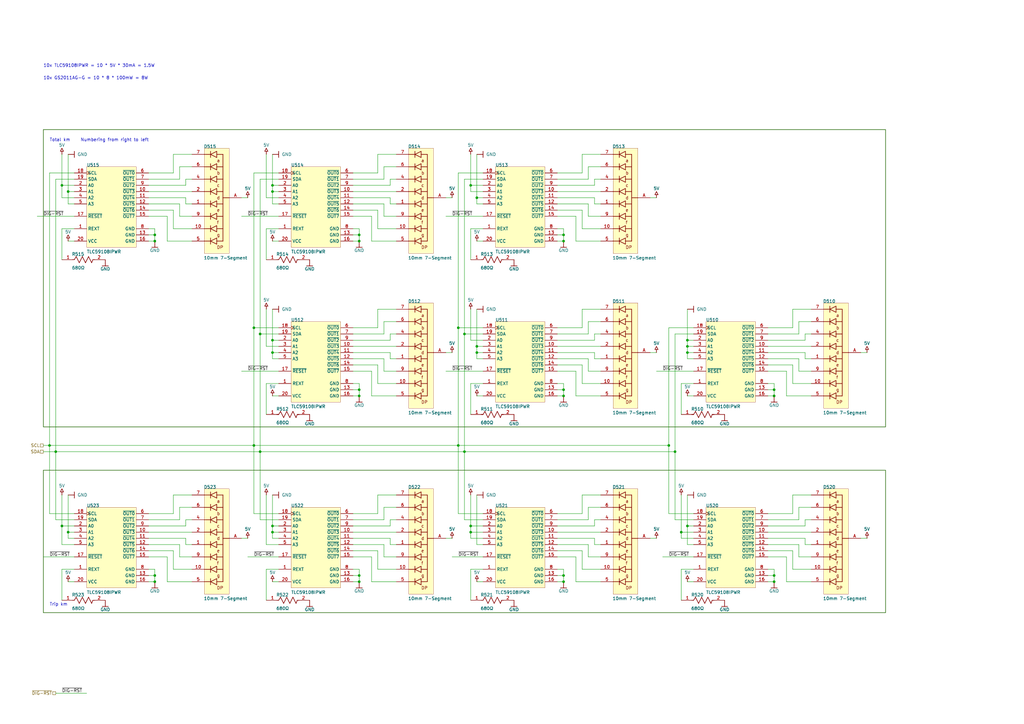
<source format=kicad_sch>
(kicad_sch (version 20231120) (generator "eeschema") (generator_version "8.0")
  (paper "A3")
  (junction (at 147.32 159.8422))
  (junction (at 20.32 182.7022))
  (junction (at 25.4 76.0222))
  (junction (at 231.14 238.5822))
  (junction (at 63.5 96.3422))
  (junction (at 193.04 218.2622))
  (junction (at 27.94 78.5622))
  (junction (at 317.5 159.8422))
  (junction (at 281.94 144.6022))
  (junction (at 22.86 185.2422))
  (junction (at 276.86 185.2422))
  (junction (at 195.58 144.6022))
  (junction (at 147.32 162.3822))
  (junction (at 187.96 182.7022))
  (junction (at 193.04 76.0222))
  (junction (at 281.94 215.7222))
  (junction (at 281.94 139.5222))
  (junction (at 231.14 162.3822))
  (junction (at 111.76 76.0222))
  (junction (at 111.76 78.5622))
  (junction (at 111.76 218.2622))
  (junction (at 193.04 215.7222))
  (junction (at 190.5 185.2422))
  (junction (at 27.94 218.2622))
  (junction (at 147.32 238.5822))
  (junction (at 104.14 182.7022))
  (junction (at 231.14 98.8822))
  (junction (at 187.96 134.4422))
  (junction (at 147.32 236.0422))
  (junction (at 281.94 142.0622))
  (junction (at 195.58 142.0622))
  (junction (at 147.32 98.8822))
  (junction (at 317.5 238.5822))
  (junction (at 231.14 236.0422))
  (junction (at 111.76 139.5222))
  (junction (at 111.76 144.6022))
  (junction (at 104.14 134.4422))
  (junction (at 195.58 81.1022))
  (junction (at 190.5 136.9822))
  (junction (at 63.5 98.8822))
  (junction (at 231.14 159.8422))
  (junction (at 317.5 236.0422))
  (junction (at 279.4 218.2622))
  (junction (at 231.14 96.3422))
  (junction (at 63.5 236.0422))
  (junction (at 106.68 136.9822))
  (junction (at 63.5 238.5822))
  (junction (at 274.32 182.7022))
  (junction (at 317.5 162.3822))
  (junction (at 25.4 215.7222))
  (junction (at 111.76 215.7222))
  (junction (at 147.32 96.3422))
  (junction (at 106.68 185.2422))
  (wire (pts (xy 327.66 152.2222) (xy 327.66 147.1422)))
  (wire (pts (xy 228.6 238.5822) (xy 231.14 238.5822)))
  (wire (pts (xy 60.96 98.8822) (xy 63.5 98.8822)))
  (wire (pts (xy 71.12 225.8822) (xy 60.96 225.8822)))
  (wire (pts (xy 198.12 220.8022) (xy 193.04 220.8022)))
  (wire (pts (xy 246.38 136.9822) (xy 243.84 136.9822)))
  (wire (pts (xy 162.56 142.0622) (xy 144.78 142.0622)))
  (wire (pts (xy 330.2 215.7222) (xy 314.96 215.7222)))
  (wire (pts (xy 157.48 83.6422) (xy 144.78 83.6422)))
  (wire (pts (xy 198.12 134.4422) (xy 187.96 134.4422)))
  (wire (pts (xy 243.84 144.6022) (xy 228.6 144.6022)))
  (wire (pts (xy 228.6 162.3822) (xy 231.14 162.3822)))
  (wire (pts (xy 78.74 88.7222) (xy 73.66 88.7222)))
  (wire (pts (xy 78.74 68.4022) (xy 73.66 68.4022)))
  (wire (pts (xy 162.56 203.0222) (xy 154.94 203.0222)))
  (wire (pts (xy 332.74 152.2222) (xy 327.66 152.2222)))
  (wire (pts (xy 71.12 210.6422) (xy 60.96 210.6422)))
  (wire (pts (xy 284.48 134.4422) (xy 274.32 134.4422)))
  (wire (pts (xy 185.42 228.4222) (xy 198.12 228.4222)))
  (wire (pts (xy 114.3 81.1022) (xy 109.22 81.1022)))
  (wire (pts (xy 327.66 208.1022) (xy 327.66 213.1822)))
  (wire (pts (xy 162.56 162.3822) (xy 152.4 162.3822)))
  (wire (pts (xy 111.76 78.5622) (xy 111.76 83.6422)))
  (wire (pts (xy 325.12 225.8822) (xy 314.96 225.8822)))
  (wire (pts (xy 241.3 68.4022) (xy 241.3 73.4822)))
  (wire (pts (xy 27.94 218.2622) (xy 27.94 220.8022)))
  (wire (pts (xy 114.3 70.9422) (xy 104.14 70.9422)))
  (wire (pts (xy 73.66 223.3422) (xy 60.96 223.3422)))
  (wire (pts (xy 27.94 220.8022) (xy 30.48 220.8022)))
  (wire (pts (xy 111.76 144.6022) (xy 111.76 147.1422)))
  (wire (pts (xy 198.12 210.6422) (xy 187.96 210.6422)))
  (wire (pts (xy 317.5 159.8422) (xy 317.5 162.3822)))
  (wire (pts (xy 162.56 233.5022) (xy 154.94 233.5022)))
  (wire (pts (xy 193.04 106.5022) (xy 193.04 93.8022)))
  (wire (pts (xy 109.22 223.3422) (xy 114.3 223.3422)))
  (wire (pts (xy 276.86 136.9822) (xy 276.86 185.2422)))
  (wire (pts (xy 325.12 126.8222) (xy 325.12 134.4422)))
  (wire (pts (xy 60.96 93.8022) (xy 63.5 93.8022)))
  (wire (pts (xy 111.76 126.8222) (xy 111.76 139.5222)))
  (wire (pts (xy 162.56 68.4022) (xy 157.48 68.4022)))
  (wire (pts (xy 228.6 157.3022) (xy 231.14 157.3022)))
  (wire (pts (xy 187.96 134.4422) (xy 187.96 182.7022)))
  (wire (pts (xy 182.88 220.8022) (xy 185.42 220.8022)))
  (wire (pts (xy 101.6 228.4222) (xy 114.3 228.4222)))
  (wire (pts (xy 238.76 225.8822) (xy 228.6 225.8822)))
  (wire (pts (xy 236.22 228.4222) (xy 228.6 228.4222)))
  (wire (pts (xy 330.2 139.5222) (xy 314.96 139.5222)))
  (wire (pts (xy 193.04 78.5622) (xy 193.04 76.0222)))
  (wire (pts (xy 281.94 223.3422) (xy 284.48 223.3422)))
  (wire (pts (xy 78.74 213.1822) (xy 76.2 213.1822)))
  (wire (pts (xy 325.12 233.5022) (xy 325.12 225.8822)))
  (wire (pts (xy 317.5 233.5022) (xy 317.5 236.0422)))
  (wire (pts (xy 246.38 73.4822) (xy 243.84 73.4822)))
  (wire (pts (xy 322.58 152.2222) (xy 314.96 152.2222)))
  (wire (pts (xy 147.32 96.3422) (xy 147.32 98.8822)))
  (wire (pts (xy 162.56 93.8022) (xy 154.94 93.8022)))
  (wire (pts (xy 243.84 139.5222) (xy 228.6 139.5222)))
  (wire (pts (xy 243.84 213.1822) (xy 243.84 215.7222)))
  (wire (pts (xy 25.4 215.7222) (xy 25.4 223.3422)))
  (wire (pts (xy 78.74 238.5822) (xy 68.58 238.5822)))
  (wire (pts (xy 160.02 220.8022) (xy 144.78 220.8022)))
  (wire (pts (xy 353.06 220.8022) (xy 355.6 220.8022)))
  (wire (pts (xy 76.2 213.1822) (xy 76.2 215.7222)))
  (wire (pts (xy 25.4 106.5022) (xy 25.4 93.8022)))
  (wire (pts (xy 76.2 220.8022) (xy 60.96 220.8022)))
  (wire (pts (xy 238.76 126.8222) (xy 238.76 134.4422)))
  (wire (pts (xy 152.4 152.2222) (xy 144.78 152.2222)))
  (wire (pts (xy 193.04 215.7222) (xy 193.04 203.0222)))
  (wire (pts (xy 104.14 134.4422) (xy 104.14 182.7022)))
  (wire (pts (xy 241.3 152.2222) (xy 241.3 147.1422)))
  (wire (pts (xy 147.32 236.0422) (xy 147.32 238.5822)))
  (wire (pts (xy 160.02 147.1422) (xy 160.02 144.6022)))
  (wire (pts (xy 157.48 208.1022) (xy 157.48 213.1822)))
  (wire (pts (xy 281.94 203.0222) (xy 281.94 215.7222)))
  (wire (pts (xy 193.04 157.3022) (xy 198.12 157.3022)))
  (wire (pts (xy 154.94 70.9422) (xy 144.78 70.9422)))
  (wire (pts (xy 111.76 218.2622) (xy 111.76 220.8022)))
  (wire (pts (xy 231.14 233.5022) (xy 231.14 236.0422)))
  (wire (pts (xy 274.32 134.4422) (xy 274.32 182.7022)))
  (wire (pts (xy 114.3 76.0222) (xy 111.76 76.0222)))
  (wire (pts (xy 314.96 236.0422) (xy 317.5 236.0422)))
  (wire (pts (xy 246.38 157.3022) (xy 238.76 157.3022)))
  (wire (pts (xy 246.38 147.1422) (xy 243.84 147.1422)))
  (wire (pts (xy 322.58 162.3822) (xy 322.58 152.2222)))
  (wire (pts (xy 160.02 76.0222) (xy 144.78 76.0222)))
  (wire (pts (xy 73.66 83.6422) (xy 60.96 83.6422)))
  (wire (pts (xy 241.3 228.4222) (xy 241.3 223.3422)))
  (wire (pts (xy 187.96 182.7022) (xy 104.14 182.7022)))
  (wire (pts (xy 160.02 213.1822) (xy 160.02 215.7222)))
  (wire (pts (xy 111.76 162.3822) (xy 114.3 162.3822)))
  (wire (pts (xy 144.78 236.0422) (xy 147.32 236.0422)))
  (wire (pts (xy 332.74 223.3422) (xy 330.2 223.3422)))
  (wire (pts (xy 332.74 157.3022) (xy 325.12 157.3022)))
  (wire (pts (xy 281.94 139.5222) (xy 281.94 142.0622)))
  (wire (pts (xy 162.56 78.5622) (xy 144.78 78.5622)))
  (wire (pts (xy 73.66 88.7222) (xy 73.66 83.6422)))
  (wire (pts (xy 228.6 233.5022) (xy 231.14 233.5022)))
  (wire (pts (xy 276.86 185.2422) (xy 190.5 185.2422)))
  (wire (pts (xy 246.38 98.8822) (xy 236.22 98.8822)))
  (wire (pts (xy 111.76 139.5222) (xy 111.76 144.6022)))
  (wire (pts (xy 246.38 233.5022) (xy 238.76 233.5022)))
  (wire (pts (xy 160.02 83.6422) (xy 160.02 81.1022)))
  (wire (pts (xy 162.56 147.1422) (xy 160.02 147.1422)))
  (wire (pts (xy 327.66 131.9022) (xy 327.66 136.9822)))
  (wire (pts (xy 198.12 76.0222) (xy 193.04 76.0222)))
  (wire (pts (xy 160.02 223.3422) (xy 160.02 220.8022)))
  (wire (pts (xy 198.12 144.6022) (xy 195.58 144.6022)))
  (wire (pts (xy 284.48 210.6422) (xy 274.32 210.6422)))
  (wire (pts (xy 246.38 68.4022) (xy 241.3 68.4022)))
  (wire (pts (xy 160.02 81.1022) (xy 144.78 81.1022)))
  (wire (pts (xy 327.66 228.4222) (xy 327.66 223.3422)))
  (wire (pts (xy 27.94 218.2622) (xy 27.94 203.0222)))
  (wire (pts (xy 279.4 233.5022) (xy 284.48 233.5022)))
  (wire (pts (xy 162.56 213.1822) (xy 160.02 213.1822)))
  (wire (pts (xy 193.04 76.0222) (xy 193.04 63.3222)))
  (wire (pts (xy 266.7 144.6022) (xy 269.24 144.6022)))
  (wire (pts (xy 228.6 159.8422) (xy 231.14 159.8422)))
  (wire (pts (xy 353.06 144.6022) (xy 355.6 144.6022)))
  (wire (pts (xy 198.12 213.1822) (xy 190.5 213.1822)))
  (wire (pts (xy 25.4 233.5022) (xy 30.48 233.5022)))
  (wire (pts (xy 190.5 185.2422) (xy 106.68 185.2422)))
  (wire (pts (xy 246.38 238.5822) (xy 236.22 238.5822)))
  (wire (pts (xy 332.74 208.1022) (xy 327.66 208.1022)))
  (wire (pts (xy 198.12 218.2622) (xy 193.04 218.2622)))
  (wire (pts (xy 284.48 213.1822) (xy 276.86 213.1822)))
  (wire (pts (xy 22.86 73.4822) (xy 22.86 185.2422)))
  (wire (pts (xy 111.76 83.6422) (xy 114.3 83.6422)))
  (wire (pts (xy 20.32 182.7022) (xy 17.78 182.7022)))
  (wire (pts (xy 241.3 88.7222) (xy 241.3 83.6422)))
  (wire (pts (xy 330.2 136.9822) (xy 330.2 139.5222)))
  (wire (pts (xy 243.84 215.7222) (xy 228.6 215.7222)))
  (wire (pts (xy 332.74 126.8222) (xy 325.12 126.8222)))
  (wire (pts (xy 195.58 203.0222) (xy 195.58 223.3422)))
  (wire (pts (xy 111.76 220.8022) (xy 114.3 220.8022)))
  (wire (pts (xy 332.74 147.1422) (xy 330.2 147.1422)))
  (wire (pts (xy 162.56 218.2622) (xy 144.78 218.2622)))
  (wire (pts (xy 76.2 223.3422) (xy 76.2 220.8022)))
  (wire (pts (xy 160.02 73.4822) (xy 160.02 76.0222)))
  (wire (pts (xy 198.12 70.9422) (xy 187.96 70.9422)))
  (wire (pts (xy 195.58 83.6422) (xy 198.12 83.6422)))
  (wire (pts (xy 68.58 228.4222) (xy 60.96 228.4222)))
  (wire (pts (xy 195.58 81.1022) (xy 195.58 83.6422)))
  (wire (pts (xy 243.84 81.1022) (xy 228.6 81.1022)))
  (wire (pts (xy 332.74 131.9022) (xy 327.66 131.9022)))
  (wire (pts (xy 63.5 236.0422) (xy 63.5 238.5822)))
  (wire (pts (xy 78.74 203.0222) (xy 71.12 203.0222)))
  (wire (pts (xy 314.96 162.3822) (xy 317.5 162.3822)))
  (wire (pts (xy 78.74 73.4822) (xy 76.2 73.4822)))
  (wire (pts (xy 152.4 88.7222) (xy 144.78 88.7222)))
  (wire (pts (xy 238.76 86.1822) (xy 228.6 86.1822)))
  (wire (pts (xy 279.4 246.2022) (xy 279.4 233.5022)))
  (wire (pts (xy 157.48 88.7222) (xy 157.48 83.6422)))
  (wire (pts (xy 157.48 152.2222) (xy 157.48 147.1422)))
  (wire (pts (xy 152.4 238.5822) (xy 152.4 228.4222)))
  (wire (pts (xy 73.66 228.4222) (xy 73.66 223.3422)))
  (wire (pts (xy 109.22 170.0022) (xy 109.22 157.3022)))
  (wire (pts (xy 160.02 215.7222) (xy 144.78 215.7222)))
  (wire (pts (xy 236.22 98.8822) (xy 236.22 88.7222)))
  (wire (pts (xy 30.48 213.1822) (xy 22.86 213.1822)))
  (wire (pts (xy 63.5 96.3422) (xy 63.5 98.8822)))
  (wire (pts (xy 78.74 218.2622) (xy 60.96 218.2622)))
  (wire (pts (xy 332.74 213.1822) (xy 330.2 213.1822)))
  (wire (pts (xy 281.94 126.8222) (xy 281.94 139.5222)))
  (wire (pts (xy 193.04 233.5022) (xy 198.12 233.5022)))
  (wire (pts (xy 330.2 220.8022) (xy 314.96 220.8022)))
  (wire (pts (xy 238.76 157.3022) (xy 238.76 149.6822)))
  (wire (pts (xy 144.78 93.8022) (xy 147.32 93.8022)))
  (wire (pts (xy 20.32 210.6422) (xy 20.32 182.7022)))
  (wire (pts (xy 99.06 88.7222) (xy 114.3 88.7222)))
  (wire (pts (xy 109.22 246.2022) (xy 109.22 233.5022)))
  (wire (pts (xy 144.78 96.3422) (xy 147.32 96.3422)))
  (wire (pts (xy 154.94 93.8022) (xy 154.94 86.1822)))
  (wire (pts (xy 246.38 83.6422) (xy 243.84 83.6422)))
  (wire (pts (xy 246.38 162.3822) (xy 236.22 162.3822)))
  (wire (pts (xy 284.48 220.8022) (xy 279.4 220.8022)))
  (wire (pts (xy 154.94 126.8222) (xy 154.94 134.4422)))
  (wire (pts (xy 193.04 246.2022) (xy 193.04 233.5022)))
  (wire (pts (xy 246.38 63.3222) (xy 238.76 63.3222)))
  (wire (pts (xy 73.66 68.4022) (xy 73.66 73.4822)))
  (wire (pts (xy 279.4 170.0022) (xy 279.4 157.3022)))
  (wire (pts (xy 279.4 220.8022) (xy 279.4 218.2622)))
  (wire (pts (xy 266.7 220.8022) (xy 269.24 220.8022)))
  (wire (pts (xy 71.12 233.5022) (xy 71.12 225.8822)))
  (wire (pts (xy 243.84 147.1422) (xy 243.84 144.6022)))
  (wire (pts (xy 193.04 220.8022) (xy 193.04 218.2622)))
  (wire (pts (xy 238.76 63.3222) (xy 238.76 70.9422)))
  (wire (pts (xy 238.76 233.5022) (xy 238.76 225.8822)))
  (wire (pts (xy 246.38 218.2622) (xy 228.6 218.2622)))
  (wire (pts (xy 274.32 182.7022) (xy 187.96 182.7022)))
  (wire (pts (xy 76.2 215.7222) (xy 60.96 215.7222)))
  (wire (pts (xy 20.32 70.9422) (xy 20.32 182.7022)))
  (wire (pts (xy 147.32 233.5022) (xy 147.32 236.0422)))
  (wire (pts (xy 162.56 83.6422) (xy 160.02 83.6422)))
  (wire (pts (xy 144.78 157.3022) (xy 147.32 157.3022)))
  (wire (pts (xy 162.56 98.8822) (xy 152.4 98.8822)))
  (wire (pts (xy 238.76 93.8022) (xy 238.76 86.1822)))
  (wire (pts (xy 162.56 88.7222) (xy 157.48 88.7222)))
  (wire (pts (xy 111.76 215.7222) (xy 114.3 215.7222)))
  (wire (pts (xy 109.22 142.0622) (xy 109.22 126.8222)))
  (wire (pts (xy 114.3 139.5222) (xy 111.76 139.5222)))
  (wire (pts (xy 327.66 147.1422) (xy 314.96 147.1422)))
  (wire (pts (xy 30.48 210.6422) (xy 20.32 210.6422)))
  (wire (pts (xy 27.94 63.3222) (xy 27.94 78.5622)))
  (wire (pts (xy 109.22 203.0222) (xy 109.22 223.3422)))
  (wire (pts (xy 154.94 210.6422) (xy 144.78 210.6422)))
  (wire (pts (xy 160.02 139.5222) (xy 144.78 139.5222)))
  (wire (pts (xy 325.12 157.3022) (xy 325.12 149.6822)))
  (wire (pts (xy 271.78 228.4222) (xy 284.48 228.4222)))
  (wire (pts (xy 195.58 63.3222) (xy 195.58 81.1022)))
  (wire (pts (xy 193.04 93.8022) (xy 198.12 93.8022)))
  (wire (pts (xy 281.94 142.0622) (xy 281.94 144.6022)))
  (wire (pts (xy 22.86 213.1822) (xy 22.86 185.2422)))
  (wire (pts (xy 238.76 149.6822) (xy 228.6 149.6822)))
  (wire (pts (xy 246.38 228.4222) (xy 241.3 228.4222)))
  (wire (pts (xy 144.78 238.5822) (xy 147.32 238.5822)))
  (wire (pts (xy 314.96 238.5822) (xy 317.5 238.5822)))
  (wire (pts (xy 154.94 233.5022) (xy 154.94 225.8822)))
  (wire (pts (xy 236.22 152.2222) (xy 228.6 152.2222)))
  (wire (pts (xy 144.78 162.3822) (xy 147.32 162.3822)))
  (wire (pts (xy 241.3 223.3422) (xy 228.6 223.3422)))
  (wire (pts (xy 317.5 157.3022) (xy 317.5 159.8422)))
  (wire (pts (xy 68.58 238.5822) (xy 68.58 228.4222)))
  (wire (pts (xy 162.56 157.3022) (xy 154.94 157.3022)))
  (wire (pts (xy 25.4 76.0222) (xy 25.4 63.3222)))
  (wire (pts (xy 25.4 203.0222) (xy 25.4 215.7222)))
  (wire (pts (xy 182.88 88.7222) (xy 198.12 88.7222)))
  (wire (pts (xy 157.48 228.4222) (xy 157.48 223.3422)))
  (wire (pts (xy 157.48 131.9022) (xy 157.48 136.9822)))
  (wire (pts (xy 231.14 157.3022) (xy 231.14 159.8422)))
  (wire (pts (xy 198.12 215.7222) (xy 193.04 215.7222)))
  (wire (pts (xy 332.74 233.5022) (xy 325.12 233.5022)))
  (wire (pts (xy 241.3 83.6422) (xy 228.6 83.6422)))
  (wire (pts (xy 314.96 157.3022) (xy 317.5 157.3022)))
  (wire (pts (xy 111.76 218.2622) (xy 114.3 218.2622)))
  (wire (pts (xy 325.12 203.0222) (xy 325.12 210.6422)))
  (wire (pts (xy 243.84 220.8022) (xy 228.6 220.8022)))
  (wire (pts (xy 157.48 136.9822) (xy 144.78 136.9822)))
  (wire (pts (xy 144.78 159.8422) (xy 147.32 159.8422)))
  (wire (pts (xy 106.68 136.9822) (xy 106.68 185.2422)))
  (wire (pts (xy 198.12 73.4822) (xy 190.5 73.4822)))
  (wire (pts (xy 60.96 233.5022) (xy 63.5 233.5022)))
  (wire (pts (xy 246.38 142.0622) (xy 228.6 142.0622)))
  (wire (pts (xy 246.38 126.8222) (xy 238.76 126.8222)))
  (wire (pts (xy 68.58 88.7222) (xy 60.96 88.7222)))
  (wire (pts (xy 162.56 136.9822) (xy 160.02 136.9822)))
  (wire (pts (xy 322.58 228.4222) (xy 314.96 228.4222)))
  (wire (pts (xy 190.5 136.9822) (xy 190.5 185.2422)))
  (wire (pts (xy 281.94 162.3822) (xy 284.48 162.3822)))
  (wire (pts (xy 147.32 157.3022) (xy 147.32 159.8422)))
  (wire (pts (xy 27.94 98.8822) (xy 30.48 98.8822)))
  (wire (pts (xy 152.4 162.3822) (xy 152.4 152.2222)))
  (wire (pts (xy 60.96 236.0422) (xy 63.5 236.0422)))
  (wire (pts (xy 78.74 83.6422) (xy 76.2 83.6422)))
  (wire (pts (xy 228.6 96.3422) (xy 231.14 96.3422)))
  (wire (pts (xy 322.58 238.5822) (xy 322.58 228.4222)))
  (wire (pts (xy 330.2 213.1822) (xy 330.2 215.7222)))
  (wire (pts (xy 332.74 203.0222) (xy 325.12 203.0222)))
  (wire (pts (xy 325.12 134.4422) (xy 314.96 134.4422)))
  (wire (pts (xy 111.76 238.5822) (xy 114.3 238.5822)))
  (wire (pts (xy 111.76 215.7222) (xy 111.76 218.2622)))
  (wire (pts (xy 111.76 63.3222) (xy 111.76 76.0222)))
  (wire (pts (xy 281.94 238.5822) (xy 284.48 238.5822)))
  (wire (pts (xy 195.58 98.8822) (xy 198.12 98.8822)))
  (wire (pts (xy 246.38 131.9022) (xy 241.3 131.9022)))
  (wire (pts (xy 241.3 131.9022) (xy 241.3 136.9822)))
  (wire (pts (xy 246.38 223.3422) (xy 243.84 223.3422)))
  (wire (pts (xy 231.14 93.8022) (xy 231.14 96.3422)))
  (wire (pts (xy 241.3 136.9822) (xy 228.6 136.9822)))
  (wire (pts (xy 30.48 70.9422) (xy 20.32 70.9422)))
  (wire (pts (xy 114.3 73.4822) (xy 106.68 73.4822)))
  (wire (pts (xy 109.22 233.5022) (xy 114.3 233.5022)))
  (wire (pts (xy 25.4 223.3422) (xy 30.48 223.3422)))
  (wire (pts (xy 187.96 210.6422) (xy 187.96 182.7022)))
  (wire (pts (xy 152.4 98.8822) (xy 152.4 88.7222)))
  (wire (pts (xy 246.38 213.1822) (xy 243.84 213.1822)))
  (wire (pts (xy 78.74 98.8822) (xy 68.58 98.8822)))
  (wire (pts (xy 104.14 210.6422) (xy 104.14 182.7022)))
  (wire (pts (xy 281.94 147.1422) (xy 284.48 147.1422)))
  (wire (pts (xy 228.6 98.8822) (xy 231.14 98.8822)))
  (wire (pts (xy 157.48 73.4822) (xy 144.78 73.4822)))
  (wire (pts (xy 195.58 142.0622) (xy 195.58 144.6022)))
  (wire (pts (xy 109.22 106.5022) (xy 109.22 93.8022)))
  (wire (pts (xy 154.94 149.6822) (xy 144.78 149.6822)))
  (wire (pts (xy 114.3 210.6422) (xy 104.14 210.6422)))
  (wire (pts (xy 30.48 218.2622) (xy 27.94 218.2622)))
  (wire (pts (xy 284.48 139.5222) (xy 281.94 139.5222)))
  (wire (pts (xy 22.86 185.2422) (xy 17.78 185.2422)))
  (wire (pts (xy 114.3 144.6022) (xy 111.76 144.6022)))
  (wire (pts (xy 111.76 76.0222) (xy 111.76 78.5622)))
  (wire (pts (xy 114.3 142.0622) (xy 109.22 142.0622)))
  (wire (pts (xy 30.48 78.5622) (xy 27.94 78.5622)))
  (wire (pts (xy 246.38 208.1022) (xy 241.3 208.1022)))
  (wire (pts (xy 284.48 136.9822) (xy 276.86 136.9822)))
  (wire (pts (xy 71.12 86.1822) (xy 60.96 86.1822)))
  (wire (pts (xy 236.22 162.3822) (xy 236.22 152.2222)))
  (wire (pts (xy 332.74 136.9822) (xy 330.2 136.9822)))
  (wire (pts (xy 238.76 203.0222) (xy 238.76 210.6422)))
  (wire (pts (xy 276.86 213.1822) (xy 276.86 185.2422)))
  (wire (pts (xy 195.58 144.6022) (xy 195.58 147.1422)))
  (wire (pts (xy 195.58 81.1022) (xy 198.12 81.1022)))
  (wire (pts (xy 195.58 162.3822) (xy 198.12 162.3822)))
  (wire (pts (xy 241.3 208.1022) (xy 241.3 213.1822)))
  (wire (pts (xy 73.66 213.1822) (xy 60.96 213.1822)))
  (wire (pts (xy 332.74 218.2622) (xy 314.96 218.2622)))
  (wire (pts (xy 154.94 203.0222) (xy 154.94 210.6422)))
  (wire (pts (xy 157.48 147.1422) (xy 144.78 147.1422)))
  (wire (pts (xy 114.3 78.5622) (xy 111.76 78.5622)))
  (wire (pts (xy 195.58 126.8222) (xy 195.58 142.0622)))
  (wire (pts (xy 162.56 223.3422) (xy 160.02 223.3422)))
  (wire (pts (xy 22.86 284.3022) (xy 35.56 284.3022)))
  (wire (pts (xy 231.14 96.3422) (xy 231.14 98.8822)))
  (wire (pts (xy 106.68 213.1822) (xy 106.68 185.2422)))
  (wire (pts (xy 60.96 96.3422) (xy 63.5 96.3422)))
  (wire (pts (xy 279.4 157.3022) (xy 284.48 157.3022)))
  (wire (pts (xy 76.2 76.0222) (xy 60.96 76.0222)))
  (wire (pts (xy 68.58 98.8822) (xy 68.58 88.7222)))
  (wire (pts (xy 198.12 78.5622) (xy 193.04 78.5622)))
  (wire (pts (xy 73.66 208.1022) (xy 73.66 213.1822)))
  (wire (pts (xy 162.56 152.2222) (xy 157.48 152.2222)))
  (wire (pts (xy 144.78 98.8822) (xy 147.32 98.8822)))
  (wire (pts (xy 25.4 93.8022) (xy 30.48 93.8022)))
  (wire (pts (xy 30.48 215.7222) (xy 25.4 215.7222)))
  (wire (pts (xy 78.74 228.4222) (xy 73.66 228.4222)))
  (wire (pts (xy 317.5 236.0422) (xy 317.5 238.5822)))
  (wire (pts (xy 106.68 185.2422) (xy 22.86 185.2422)))
  (wire (pts (xy 154.94 134.4422) (xy 144.78 134.4422)))
  (wire (pts (xy 195.58 223.3422) (xy 198.12 223.3422)))
  (wire (pts (xy 78.74 223.3422) (xy 76.2 223.3422)))
  (wire (pts (xy 281.94 144.6022) (xy 281.94 147.1422)))
  (wire (pts (xy 274.32 210.6422) (xy 274.32 182.7022)))
  (wire (pts (xy 284.48 218.2622) (xy 279.4 218.2622)))
  (wire (pts (xy 187.96 70.9422) (xy 187.96 134.4422)))
  (wire (pts (xy 162.56 73.4822) (xy 160.02 73.4822)))
  (wire (pts (xy 238.76 134.4422) (xy 228.6 134.4422)))
  (wire (pts (xy 198.12 142.0622) (xy 195.58 142.0622)))
  (wire (pts (xy 314.96 233.5022) (xy 317.5 233.5022)))
  (wire (pts (xy 15.24 88.7222) (xy 30.48 88.7222)))
  (wire (pts (xy 279.4 218.2622) (xy 279.4 203.0222)))
  (wire (pts (xy 190.5 73.4822) (xy 190.5 136.9822)))
  (wire (pts (xy 330.2 147.1422) (xy 330.2 144.6022)))
  (wire (pts (xy 111.76 98.8822) (xy 114.3 98.8822)))
  (wire (pts (xy 238.76 210.6422) (xy 228.6 210.6422)))
  (wire (pts (xy 228.6 93.8022) (xy 231.14 93.8022)))
  (wire (pts (xy 231.14 159.8422) (xy 231.14 162.3822)))
  (wire (pts (xy 60.96 238.5822) (xy 63.5 238.5822)))
  (wire (pts (xy 99.06 81.1022) (xy 101.6 81.1022)))
  (wire (pts (xy 246.38 78.5622) (xy 228.6 78.5622)))
  (wire (pts (xy 327.66 136.9822) (xy 314.96 136.9822)))
  (wire (pts (xy 190.5 213.1822) (xy 190.5 185.2422)))
  (wire (pts (xy 76.2 73.4822) (xy 76.2 76.0222)))
  (wire (pts (xy 332.74 162.3822) (xy 322.58 162.3822)))
  (wire (pts (xy 327.66 213.1822) (xy 314.96 213.1822)))
  (wire (pts (xy 78.74 208.1022) (xy 73.66 208.1022)))
  (wire (pts (xy 104.14 70.9422) (xy 104.14 134.4422)))
  (wire (pts (xy 281.94 215.7222) (xy 281.94 223.3422)))
  (wire (pts (xy 160.02 136.9822) (xy 160.02 139.5222)))
  (wire (pts (xy 246.38 152.2222) (xy 241.3 152.2222)))
  (wire (pts (xy 144.78 233.5022) (xy 147.32 233.5022)))
  (wire (pts (xy 71.12 70.9422) (xy 60.96 70.9422)))
  (wire (pts (xy 182.88 81.1022) (xy 185.42 81.1022)))
  (wire (pts (xy 162.56 238.5822) (xy 152.4 238.5822)))
  (wire (pts (xy 236.22 238.5822) (xy 236.22 228.4222)))
  (wire (pts (xy 243.84 223.3422) (xy 243.84 220.8022)))
  (wire (pts (xy 106.68 73.4822) (xy 106.68 136.9822)))
  (wire (pts (xy 114.3 134.4422) (xy 104.14 134.4422)))
  (wire (pts (xy 160.02 144.6022) (xy 144.78 144.6022)))
  (wire (pts (xy 71.12 203.0222) (xy 71.12 210.6422)))
  (wire (pts (xy 330.2 144.6022) (xy 314.96 144.6022)))
  (wire (pts (xy 327.66 223.3422) (xy 314.96 223.3422)))
  (wire (pts (xy 25.4 246.2022) (xy 25.4 233.5022)))
  (wire (pts (xy 182.88 144.6022) (xy 185.42 144.6022)))
  (wire (pts (xy 269.24 152.2222) (xy 284.48 152.2222)))
  (wire (pts (xy 238.76 70.9422) (xy 228.6 70.9422)))
  (wire (pts (xy 228.6 236.0422) (xy 231.14 236.0422)))
  (wire (pts (xy 241.3 73.4822) (xy 228.6 73.4822)))
  (wire (pts (xy 198.12 139.5222) (xy 193.04 139.5222)))
  (wire (pts (xy 109.22 157.3022) (xy 114.3 157.3022)))
  (wire (pts (xy 109.22 93.8022) (xy 114.3 93.8022)))
  (wire (pts (xy 332.74 142.0622) (xy 314.96 142.0622)))
  (wire (pts (xy 78.74 78.5622) (xy 60.96 78.5622)))
  (wire (pts (xy 30.48 76.0222) (xy 25.4 76.0222)))
  (wire (pts (xy 325.12 210.6422) (xy 314.96 210.6422)))
  (wire (pts (xy 78.74 233.5022) (xy 71.12 233.5022)))
  (wire (pts (xy 147.32 159.8422) (xy 147.32 162.3822)))
  (wire (pts (xy 162.56 126.8222) (xy 154.94 126.8222)))
  (wire (pts (xy 182.88 152.2222) (xy 198.12 152.2222)))
  (wire (pts (xy 246.38 88.7222) (xy 241.3 88.7222)))
  (wire (pts (xy 76.2 81.1022) (xy 60.96 81.1022)))
  (wire (pts (xy 332.74 238.5822) (xy 322.58 238.5822)))
  (wire (pts (xy 243.84 76.0222) (xy 228.6 76.0222)))
  (wire (pts (xy 162.56 63.3222) (xy 154.94 63.3222)))
  (wire (pts (xy 243.84 83.6422) (xy 243.84 81.1022)))
  (wire (pts (xy 198.12 136.9822) (xy 190.5 136.9822)))
  (wire (pts (xy 73.66 73.4822) (xy 60.96 73.4822)))
  (wire (pts (xy 30.48 81.1022) (xy 25.4 81.1022)))
  (wire (pts (xy 193.04 139.5222) (xy 193.04 126.8222)))
  (wire (pts (xy 231.14 236.0422) (xy 231.14 238.5822)))
  (wire (pts (xy 162.56 208.1022) (xy 157.48 208.1022)))
  (wire (pts (xy 246.38 93.8022) (xy 238.76 93.8022)))
  (wire (pts (xy 281.94 142.0622) (xy 284.48 142.0622)))
  (wire (pts (xy 114.3 213.1822) (xy 106.68 213.1822)))
  (wire (pts (xy 162.56 131.9022) (xy 157.48 131.9022)))
  (wire (pts (xy 154.94 157.3022) (xy 154.94 149.6822)))
  (wire (pts (xy 76.2 83.6422) (xy 76.2 81.1022)))
  (wire (pts (xy 109.22 81.1022) (xy 109.22 63.3222)))
  (wire (pts (xy 152.4 228.4222) (xy 144.78 228.4222)))
  (wire (pts (xy 17.78 228.4222) (xy 30.48 228.4222)))
  (wire (pts (xy 236.22 88.7222) (xy 228.6 88.7222)))
  (wire (pts (xy 157.48 223.3422) (xy 144.78 223.3422)))
  (wire (pts (xy 27.94 78.5622) (xy 27.94 83.6422)))
  (wire (pts (xy 314.96 159.8422) (xy 317.5 159.8422)))
  (wire (pts (xy 332.74 228.4222) (xy 327.66 228.4222)))
  (wire (pts (xy 111.76 203.0222) (xy 111.76 215.7222)))
  (wire (pts (xy 246.38 203.0222) (xy 238.76 203.0222)))
  (wire (pts (xy 157.48 68.4022) (xy 157.48 73.4822)))
  (wire (pts (xy 63.5 93.8022) (xy 63.5 96.3422)))
  (wire (pts (xy 325.12 149.6822) (xy 314.96 149.6822)))
  (wire (pts (xy 157.48 213.1822) (xy 144.78 213.1822)))
  (wire (pts (xy 330.2 223.3422) (xy 330.2 220.8022)))
  (wire (pts (xy 241.3 147.1422) (xy 228.6 147.1422)))
  (wire (pts (xy 104.14 182.7022) (xy 20.32 182.7022)))
  (wire (pts (xy 78.74 93.8022) (xy 71.12 93.8022)))
  (wire (pts (xy 27.94 83.6422) (xy 30.48 83.6422)))
  (wire (pts (xy 243.84 73.4822) (xy 243.84 76.0222)))
  (wire (pts (xy 266.7 81.1022) (xy 269.24 81.1022)))
  (wire (pts (xy 193.04 170.0022) (xy 193.04 157.3022)))
  (wire (pts (xy 63.5 233.5022) (xy 63.5 236.0422)))
  (wire (pts (xy 78.74 63.3222) (xy 71.12 63.3222)))
  (wire (pts (xy 147.32 93.8022) (xy 147.32 96.3422)))
  (wire (pts (xy 193.04 218.2622) (xy 193.04 215.7222)))
  (wire (pts (xy 99.06 152.2222) (xy 114.3 152.2222)))
  (wire (pts (xy 114.3 136.9822) (xy 106.68 136.9822)))
  (wire (pts (xy 162.56 228.4222) (xy 157.48 228.4222)))
  (wire (pts (xy 195.58 238.5822) (xy 198.12 238.5822)))
  (wire (pts (xy 243.84 136.9822) (xy 243.84 139.5222)))
  (wire (pts (xy 30.48 73.4822) (xy 22.86 73.4822)))
  (wire (pts (xy 71.12 63.3222) (xy 71.12 70.9422)))
  (wire (pts (xy 111.76 147.1422) (xy 114.3 147.1422)))
  (wire (pts (xy 154.94 86.1822) (xy 144.78 86.1822)))
  (wire (pts (xy 154.94 225.8822) (xy 144.78 225.8822)))
  (wire (pts (xy 241.3 213.1822) (xy 228.6 213.1822)))
  (wire (pts (xy 284.48 215.7222) (xy 281.94 215.7222)))
  (wire (pts (xy 71.12 93.8022) (xy 71.12 86.1822)))
  (wire (pts (xy 284.48 144.6022) (xy 281.94 144.6022)))
  (wire (pts (xy 195.58 147.1422) (xy 198.12 147.1422)))
  (wire (pts (xy 25.4 81.1022) (xy 25.4 76.0222)))
  (wire (pts (xy 27.94 238.5822) (xy 30.48 238.5822)))
  (wire (pts (xy 154.94 63.3222) (xy 154.94 70.9422)))
  (wire (pts (xy 99.06 220.8022) (xy 101.6 220.8022)))
  (rectangle (start 363.22 53.1622) (end 17.78 175.0822) (stroke (width 0.254) (color 56 118 29 1)))
  (rectangle (start 363.22 192.8622) (end 17.78 251.2822) (stroke (width 0.254) (color 56 118 29 1)))
  (text "Numbering from right to left" (at 33.02 58.2422 0) (effects (font (size 1.27 1.27)) (justify left bottom)))
  (text "Trip km" (at 20.32 248.7422 0) (effects (font (size 1.27 1.27)) (justify left bottom)))
  (text "10x GS2011AG-G = 10 * 8 * 100mW = 8W" (at 17.78 32.8422 0) (effects (font (size 1.27 1.27)) (justify left bottom)))
  (text "Total km" (at 20.32 58.2422 0) (effects (font (size 1.27 1.27)) (justify left bottom)))
  (text "10x TLC59108IPWR = 10 * 5V * 30mA = 1.5W" (at 17.78 27.7622 0) (effects (font (size 1.27 1.27)) (justify left bottom)))
  (label "~{DIG-RST}" (at 20.32 228.4222 0))
  (label "~{DIG-RST}" (at 185.42 88.7222 0))
  (label "~{DIG-RST}" (at 271.78 152.2222 0))
  (label "~{DIG-RST}" (at 25.4 284.3022 0))
  (label "~{DIG-RST}" (at 104.14 228.4222 0))
  (label "~{DIG-RST}" (at 185.42 152.2222 0))
  (label "~{DIG-RST}" (at 101.6 152.2222 0))
  (label "~{DIG-RST}" (at 274.32 228.4222 0))
  (label "~{DIG-RST}" (at 187.96 228.4222 0))
  (label "~{DIG-RST}" (at 17.78 88.7222 0))
  (label "~{DIG-RST}" (at 101.6 88.7222 0))
  (hierarchical_label "SCL" (shape passive) (at 17.78 182.7022 180))
  (hierarchical_label "SDA" (shape passive) (at 17.78 185.2422 180))
  (hierarchical_label "~{DIG-RST}" (shape passive) (at 22.86 284.3022 180))
  (symbol (lib_id "Speedometer_Tech-altium-import:Designator_0_TI-TLC59108PW20") (at 289.56 208.1022 0) (unit 1)
    (property "Reference" "U520" (at 289.56 208.1022 0) (effects (justify left bottom)))
    (property "Value" "TLC59108IPWR" (at 289.56 243.6622 0) (effects (justify left bottom)))
    (property "Footprint" "PW0020A_M" (effects (hide yes)))
    (property "Description" "8-Bit Fast Mode Plus (FM+) I2C Bus Constant-Current LED Sink Driver, 3 to 5.5 V, -40 to 85 degC, 20-pin SOP (PW20), Green (RoHS & no Sb/Br)" (effects (hide yes)))
    (property "COMPONENTLINK3URL" "http://www.ti.com.cn/cn/lit/ml/mpds362/mpds362.pdf" (effects (hide yes)))
    (property "PACKAGEVERSION" "4040064-5/G" (effects (hide yes)))
    (property "COMPONENTLINK1URL" "http://www.ti.com/" (effects (hide yes)))
    (property "COMPONENTLINK2DESCRIPTION" "Datasheet" (effects (hide yes)))
    (property "COMPONENTLINK2URL" "http://www.ti.com/general/docs/lit/getliterature.tsp?genericPartNumber=TLC59108&fileType=pdf" (effects (hide yes)))
    (property "PACKAGEREFERENCE" "PW0020A" (effects (hide yes)))
    (property "PACKAGEDESCRIPTION" "20-Pin Plastic Small Outline, Body 6.5 x 4.4 mm, 0.65 mm Pitch" (effects (hide yes)))
    (property "COMPONENTLINK1DESCRIPTION" "Manufacturer URL" (effects (hide yes)))
    (property "VIN(MAX)(V)" "5.5" (effects (hide yes)))
    (property "COMPONENTLINK3DESCRIPTION" "Package Specification" (effects (hide yes)))
    (property "ECO-PLAN" "Green (RoHS & no Sb/Br)" (effects (hide yes)))
    (property "PARTNUMBER" "TLC59108IPWR" (effects (hide yes)))
    (property "VIN(MIN)(V)" "3" (effects (hide yes)))
    (property "CODE_JEDEC" "MO-153" (effects (hide yes)))
    (property "MANUFACTURER" "Texas Instruments" (effects (hide yes)))
    (property "IOUT(MAX)(A)" "0.12" (effects (hide yes)))
    (property "SUBFAMILY" "LED Driver" (effects (hide yes)))
    (property "DATASHEETVERSION" "SLDS156A" (effects (hide yes)))
    (property "MOUNTING TECHNOLOGY" "Surface Mount" (effects (hide yes)))
  )
  (symbol (lib_id "Speedometer_Tech-altium-import:GND_BAR") (at 281.94 203.0222 90) (unit 1)
    (property "Reference" "#PWR?" (effects (hide yes)))
    (property "Value" "GND" (at 285.75 203.0222 90) (effects (justify right)))
  )
  (symbol (lib_id "Speedometer_Tech-altium-import:Designator_0_TI-TLC59108PW20") (at 35.56 68.4022 0) (unit 1)
    (property "Reference" "U515" (at 35.56 68.4022 0) (effects (justify left bottom)))
    (property "Value" "TLC59108IPWR" (at 35.56 103.9622 0) (effects (justify left bottom)))
    (property "Footprint" "PW0020A_M" (effects (hide yes)))
    (property "Description" "8-Bit Fast Mode Plus (FM+) I2C Bus Constant-Current LED Sink Driver, 3 to 5.5 V, -40 to 85 degC, 20-pin SOP (PW20), Green (RoHS & no Sb/Br)" (effects (hide yes)))
    (property "COMPONENTLINK3URL" "http://www.ti.com.cn/cn/lit/ml/mpds362/mpds362.pdf" (effects (hide yes)))
    (property "PACKAGEVERSION" "4040064-5/G" (effects (hide yes)))
    (property "COMPONENTLINK1URL" "http://www.ti.com/" (effects (hide yes)))
    (property "COMPONENTLINK2DESCRIPTION" "Datasheet" (effects (hide yes)))
    (property "COMPONENTLINK2URL" "http://www.ti.com/general/docs/lit/getliterature.tsp?genericPartNumber=TLC59108&fileType=pdf" (effects (hide yes)))
    (property "PACKAGEREFERENCE" "PW0020A" (effects (hide yes)))
    (property "PACKAGEDESCRIPTION" "20-Pin Plastic Small Outline, Body 6.5 x 4.4 mm, 0.65 mm Pitch" (effects (hide yes)))
    (property "COMPONENTLINK1DESCRIPTION" "Manufacturer URL" (effects (hide yes)))
    (property "VIN(MAX)(V)" "5.5" (effects (hide yes)))
    (property "COMPONENTLINK3DESCRIPTION" "Package Specification" (effects (hide yes)))
    (property "ECO-PLAN" "Green (RoHS & no Sb/Br)" (effects (hide yes)))
    (property "PARTNUMBER" "TLC59108IPWR" (effects (hide yes)))
    (property "VIN(MIN)(V)" "3" (effects (hide yes)))
    (property "CODE_JEDEC" "MO-153" (effects (hide yes)))
    (property "MANUFACTURER" "Texas Instruments" (effects (hide yes)))
    (property "IOUT(MAX)(A)" "0.12" (effects (hide yes)))
    (property "SUBFAMILY" "LED Driver" (effects (hide yes)))
    (property "DATASHEETVERSION" "SLDS156A" (effects (hide yes)))
    (property "MOUNTING TECHNOLOGY" "Surface Mount" (effects (hide yes)))
  )
  (symbol (lib_id "Speedometer_Tech-altium-import:5V_ARROW") (at 109.22 203.0222 180) (unit 1)
    (property "Reference" "#PWR?" (effects (hide yes)))
    (property "Value" "5V" (at 109.22 199.2122 0))
  )
  (symbol (lib_id "Speedometer_Tech-altium-import:Designator_2_GS2011AG-G") (at 261.62 81.1022 0) (unit 1)
    (property "Reference" "D513" (at 251.206 60.7822 0) (effects (justify left bottom)))
    (property "Value" "10mm 7-Segment" (at 251.206 106.5022 0) (effects (justify left bottom)))
    (property "Footprint" "GS2011AG-G" (effects (hide yes)))
    (property "Description" "SMD, 10x6.9mm 7-Segment" (effects (hide yes)))
  )
  (symbol (lib_id "Speedometer_Tech-altium-import:5V_ARROW") (at 111.76 98.8822 180) (unit 1)
    (property "Reference" "#PWR?" (effects (hide yes)))
    (property "Value" "5V" (at 111.76 95.0722 0))
  )
  (symbol (lib_id "Speedometer_Tech-altium-import:5V_ARROW") (at 269.24 220.8022 180) (unit 1)
    (property "Reference" "#PWR?" (effects (hide yes)))
    (property "Value" "5V" (at 269.24 216.9922 0))
  )
  (symbol (lib_id "Speedometer_Tech-altium-import:GND_BAR") (at 43.18 246.2022 0) (unit 1)
    (property "Reference" "#PWR?" (effects (hide yes)))
    (property "Value" "GND" (at 43.18 250.0122 0))
  )
  (symbol (lib_id "Speedometer_Tech-altium-import:GND_BAR") (at 231.14 162.3822 0) (unit 1)
    (property "Reference" "#PWR?" (effects (hide yes)))
    (property "Value" "GND" (at 231.14 166.1922 0))
  )
  (symbol (lib_id "Speedometer_Tech-altium-import:5V_ARROW") (at 281.94 238.5822 180) (unit 1)
    (property "Reference" "#PWR?" (effects (hide yes)))
    (property "Value" "5V" (at 281.94 234.7722 0))
  )
  (symbol (lib_id "Speedometer_Tech-altium-import:GND_BAR") (at 317.5 238.5822 0) (unit 1)
    (property "Reference" "#PWR?" (effects (hide yes)))
    (property "Value" "GND" (at 317.5 242.3922 0))
  )
  (symbol (lib_id "Speedometer_Tech-altium-import:GND_BAR") (at 111.76 203.0222 90) (unit 1)
    (property "Reference" "#PWR?" (effects (hide yes)))
    (property "Value" "GND" (at 115.57 203.0222 90) (effects (justify right)))
  )
  (symbol (lib_id "Speedometer_Tech-altium-import:5V_ARROW") (at 195.58 162.3822 180) (unit 1)
    (property "Reference" "#PWR?" (effects (hide yes)))
    (property "Value" "5V" (at 195.58 158.5722 0))
  )
  (symbol (lib_id "Speedometer_Tech-altium-import:5V_ARROW") (at 193.04 63.3222 180) (unit 1)
    (property "Reference" "#PWR?" (effects (hide yes)))
    (property "Value" "5V" (at 193.04 59.5122 0))
  )
  (symbol (lib_id "Speedometer_Tech-altium-import:GND_BAR") (at 195.58 203.0222 90) (unit 1)
    (property "Reference" "#PWR?" (effects (hide yes)))
    (property "Value" "GND" (at 199.39 203.0222 90) (effects (justify right)))
  )
  (symbol (lib_id "Speedometer_Tech-altium-import:Designator_2_GS2011AG-G") (at 93.98 220.8022 0) (unit 1)
    (property "Reference" "D523" (at 83.566 200.4822 0) (effects (justify left bottom)))
    (property "Value" "10mm 7-Segment" (at 83.566 246.2022 0) (effects (justify left bottom)))
    (property "Footprint" "GS2011AG-G" (effects (hide yes)))
    (property "Description" "SMD, 10x6.9mm 7-Segment" (effects (hide yes)))
  )
  (symbol (lib_id "Speedometer_Tech-altium-import:GND_BAR") (at 63.5 98.8822 0) (unit 1)
    (property "Reference" "#PWR?" (effects (hide yes)))
    (property "Value" "GND" (at 63.5 102.6922 0))
  )
  (symbol (lib_id "Speedometer_Tech-altium-import:5V_ARROW") (at 25.4 63.3222 180) (unit 1)
    (property "Reference" "#PWR?" (effects (hide yes)))
    (property "Value" "5V" (at 25.4 59.5122 0))
  )
  (symbol (lib_id "Speedometer_Tech-altium-import:GND_BAR") (at 195.58 63.3222 90) (unit 1)
    (property "Reference" "#PWR?" (effects (hide yes)))
    (property "Value" "GND" (at 199.39 63.3222 90) (effects (justify right)))
  )
  (symbol (lib_id "Speedometer_Tech-altium-import:GND_BAR") (at 147.32 98.8822 0) (unit 1)
    (property "Reference" "#PWR?" (effects (hide yes)))
    (property "Value" "GND" (at 147.32 102.6922 0))
  )
  (symbol (lib_id "Speedometer_Tech-altium-import:GND_BAR") (at 210.82 170.0022 0) (unit 1)
    (property "Reference" "#PWR?" (effects (hide yes)))
    (property "Value" "GND" (at 210.82 173.8122 0))
  )
  (symbol (lib_id "Speedometer_Tech-altium-import:Designator_2_GS2011AG-G") (at 261.62 144.6022 0) (unit 1)
    (property "Reference" "D511" (at 251.206 124.2822 0) (effects (justify left bottom)))
    (property "Value" "10mm 7-Segment" (at 251.206 170.0022 0) (effects (justify left bottom)))
    (property "Footprint" "GS2011AG-G" (effects (hide yes)))
    (property "Description" "SMD, 10x6.9mm 7-Segment" (effects (hide yes)))
  )
  (symbol (lib_id "Speedometer_Tech-altium-import:GND_BAR") (at 27.94 63.3222 90) (unit 1)
    (property "Reference" "#PWR?" (effects (hide yes)))
    (property "Value" "GND" (at 31.75 63.3222 90) (effects (justify right)))
  )
  (symbol (lib_id "Speedometer_Tech-altium-import:GND_BAR") (at 111.76 126.8222 90) (unit 1)
    (property "Reference" "#PWR?" (effects (hide yes)))
    (property "Value" "GND" (at 115.57 126.8222 90) (effects (justify right)))
  )
  (symbol (lib_id "Speedometer_Tech-altium-import:GND_BAR") (at 127 170.0022 0) (unit 1)
    (property "Reference" "#PWR?" (effects (hide yes)))
    (property "Value" "GND" (at 127 173.8122 0))
  )
  (symbol (lib_id "Speedometer_Tech-altium-import:GND_BAR") (at 147.32 162.3822 0) (unit 1)
    (property "Reference" "#PWR?" (effects (hide yes)))
    (property "Value" "GND" (at 147.32 166.1922 0))
  )
  (symbol (lib_id "Speedometer_Tech-altium-import:5V_ARROW") (at 185.42 81.1022 180) (unit 1)
    (property "Reference" "#PWR?" (effects (hide yes)))
    (property "Value" "5V" (at 185.42 77.2922 0))
  )
  (symbol (lib_id "Speedometer_Tech-altium-import:5V_ARROW") (at 27.94 98.8822 180) (unit 1)
    (property "Reference" "#PWR?" (effects (hide yes)))
    (property "Value" "5V" (at 27.94 95.0722 0))
  )
  (symbol (lib_id "Speedometer_Tech-altium-import:Designator_0_1029c3af85768c4190bb7ad29bc67b5") (at 109.22 246.2022 0) (unit 1)
    (property "Reference" "R522" (at 113.284 244.6782 0) (effects (justify left bottom)))
    (property "Value" "680Ω" (at 113.284 250.2662 0) (effects (justify left bottom)))
    (property "Footprint" "FP-CRCW0603-e3-IPC_A" (effects (hide yes)))
    (property "Description" "RES Thick Film, 680Ω, 5%, 0.1W, 200ppm/°C, 0603\r\nCRCW0603680RJNEA" (effects (hide yes)))
    (property "MAX OPERATING TEMPERATURE" "155°C" (effects (hide yes)))
    (property "POWER RATING" "100mW" (effects (hide yes)))
    (property "PACKAGE QUANTITY" "1" (effects (hide yes)))
    (property "FEATURES" "Automotive AEC-Q200" (effects (hide yes)))
    (property "COMPOSITION" "Thick Film" (effects (hide yes)))
    (property "LENGTH" "1.55mm" (effects (hide yes)))
    (property "VOLTAGE RATING" "75V" (effects (hide yes)))
    (property "VOLTAGE RATING (DC)" "75V" (effects (hide yes)))
    (property "NUMBER OF TERMINATIONS" "2" (effects (hide yes)))
    (property "TERMINATION" "SMD/SMT" (effects (hide yes)))
    (property "CASE/PACKAGE" "0603" (effects (hide yes)))
    (property "HEIGHT" "0.45mm" (effects (hide yes)))
    (property "MIN OPERATING TEMPERATURE" "-55°C" (effects (hide yes)))
    (property "CASE CODE (IMPERIAL)" "0603" (effects (hide yes)))
    (property "WIDTH" "0.033inch" (effects (hide yes)))
    (property "MILITARY STANDARD" "Not" (effects (hide yes)))
    (property "MAX POWER DISSIPATION" "100mW" (effects (hide yes)))
    (property "RESISTANCE" "680R" (effects (hide yes)))
    (property "LEAD FREE" "Lead Free" (effects (hide yes)))
    (property "WEIGHT" "7.1E-05oz" (effects (hide yes)))
    (property "TEMPERATURE COEFFICIENT" "200ppm/°C" (effects (hide yes)))
    (property "CONTACT PLATING" "Tin" (effects (hide yes)))
    (property "PACKAGING" "Tape and Reel" (effects (hide yes)))
    (property "RADIATION HARDENING" "No" (effects (hide yes)))
    (property "WORKING VOLTAGE" "75V" (effects (hide yes)))
    (property "TOLERANCE" "5%" (effects (hide yes)))
    (property "NUMBER OF PINS" "2" (effects (hide yes)))
    (property "DEPTH" "0.85mm" (effects (hide yes)))
    (property "CASE CODE (METRIC)" "1608" (effects (hide yes)))
  )
  (symbol (lib_id "Speedometer_Tech-altium-import:5V_ARROW") (at 27.94 238.5822 180) (unit 1)
    (property "Reference" "#PWR?" (effects (hide yes)))
    (property "Value" "5V" (at 27.94 234.7722 0))
  )
  (symbol (lib_id "Speedometer_Tech-altium-import:Designator_2_GS2011AG-G") (at 93.98 81.1022 0) (unit 1)
    (property "Reference" "D515" (at 83.566 60.7822 0) (effects (justify left bottom)))
    (property "Value" "10mm 7-Segment" (at 83.566 106.5022 0) (effects (justify left bottom)))
    (property "Footprint" "GS2011AG-G" (effects (hide yes)))
    (property "Description" "SMD, 10x6.9mm 7-Segment" (effects (hide yes)))
  )
  (symbol (lib_id "Speedometer_Tech-altium-import:5V_ARROW") (at 109.22 126.8222 180) (unit 1)
    (property "Reference" "#PWR?" (effects (hide yes)))
    (property "Value" "5V" (at 109.22 123.0122 0))
  )
  (symbol (lib_id "Speedometer_Tech-altium-import:Designator_0_1029c3af85768c4190bb7ad29bc67b5") (at 279.4 246.2022 0) (unit 1)
    (property "Reference" "R520" (at 283.464 244.6782 0) (effects (justify left bottom)))
    (property "Value" "680Ω" (at 283.464 250.2662 0) (effects (justify left bottom)))
    (property "Footprint" "FP-CRCW0603-e3-IPC_A" (effects (hide yes)))
    (property "Description" "RES Thick Film, 680Ω, 5%, 0.1W, 200ppm/°C, 0603\r\nCRCW0603680RJNEA" (effects (hide yes)))
    (property "MAX OPERATING TEMPERATURE" "155°C" (effects (hide yes)))
    (property "POWER RATING" "100mW" (effects (hide yes)))
    (property "PACKAGE QUANTITY" "1" (effects (hide yes)))
    (property "FEATURES" "Automotive AEC-Q200" (effects (hide yes)))
    (property "COMPOSITION" "Thick Film" (effects (hide yes)))
    (property "LENGTH" "1.55mm" (effects (hide yes)))
    (property "VOLTAGE RATING" "75V" (effects (hide yes)))
    (property "VOLTAGE RATING (DC)" "75V" (effects (hide yes)))
    (property "NUMBER OF TERMINATIONS" "2" (effects (hide yes)))
    (property "TERMINATION" "SMD/SMT" (effects (hide yes)))
    (property "CASE/PACKAGE" "0603" (effects (hide yes)))
    (property "HEIGHT" "0.45mm" (effects (hide yes)))
    (property "MIN OPERATING TEMPERATURE" "-55°C" (effects (hide yes)))
    (property "CASE CODE (IMPERIAL)" "0603" (effects (hide yes)))
    (property "WIDTH" "0.033inch" (effects (hide yes)))
    (property "MILITARY STANDARD" "Not" (effects (hide yes)))
    (property "MAX POWER DISSIPATION" "100mW" (effects (hide yes)))
    (property "RESISTANCE" "680R" (effects (hide yes)))
    (property "LEAD FREE" "Lead Free" (effects (hide yes)))
    (property "WEIGHT" "7.1E-05oz" (effects (hide yes)))
    (property "TEMPERATURE COEFFICIENT" "200ppm/°C" (effects (hide yes)))
    (property "CONTACT PLATING" "Tin" (effects (hide yes)))
    (property "PACKAGING" "Tape and Reel" (effects (hide yes)))
    (property "RADIATION HARDENING" "No" (effects (hide yes)))
    (property "WORKING VOLTAGE" "75V" (effects (hide yes)))
    (property "TOLERANCE" "5%" (effects (hide yes)))
    (property "NUMBER OF PINS" "2" (effects (hide yes)))
    (property "DEPTH" "0.85mm" (effects (hide yes)))
    (property "CASE CODE (METRIC)" "1608" (effects (hide yes)))
  )
  (symbol (lib_id "Speedometer_Tech-altium-import:Designator_0_1029c3af85768c4190bb7ad29bc67b5") (at 193.04 246.2022 0) (unit 1)
    (property "Reference" "R521" (at 197.104 244.6782 0) (effects (justify left bottom)))
    (property "Value" "680Ω" (at 197.104 250.2662 0) (effects (justify left bottom)))
    (property "Footprint" "FP-CRCW0603-e3-IPC_A" (effects (hide yes)))
    (property "Description" "RES Thick Film, 680Ω, 5%, 0.1W, 200ppm/°C, 0603\r\nCRCW0603680RJNEA" (effects (hide yes)))
    (property "MAX OPERATING TEMPERATURE" "155°C" (effects (hide yes)))
    (property "POWER RATING" "100mW" (effects (hide yes)))
    (property "PACKAGE QUANTITY" "1" (effects (hide yes)))
    (property "FEATURES" "Automotive AEC-Q200" (effects (hide yes)))
    (property "COMPOSITION" "Thick Film" (effects (hide yes)))
    (property "LENGTH" "1.55mm" (effects (hide yes)))
    (property "VOLTAGE RATING" "75V" (effects (hide yes)))
    (property "VOLTAGE RATING (DC)" "75V" (effects (hide yes)))
    (property "NUMBER OF TERMINATIONS" "2" (effects (hide yes)))
    (property "TERMINATION" "SMD/SMT" (effects (hide yes)))
    (property "CASE/PACKAGE" "0603" (effects (hide yes)))
    (property "HEIGHT" "0.45mm" (effects (hide yes)))
    (property "MIN OPERATING TEMPERATURE" "-55°C" (effects (hide yes)))
    (property "CASE CODE (IMPERIAL)" "0603" (effects (hide yes)))
    (property "WIDTH" "0.033inch" (effects (hide yes)))
    (property "MILITARY STANDARD" "Not" (effects (hide yes)))
    (property "MAX POWER DISSIPATION" "100mW" (effects (hide yes)))
    (property "RESISTANCE" "680R" (effects (hide yes)))
    (property "LEAD FREE" "Lead Free" (effects (hide yes)))
    (property "WEIGHT" "7.1E-05oz" (effects (hide yes)))
    (property "TEMPERATURE COEFFICIENT" "200ppm/°C" (effects (hide yes)))
    (property "CONTACT PLATING" "Tin" (effects (hide yes)))
    (property "PACKAGING" "Tape and Reel" (effects (hide yes)))
    (property "RADIATION HARDENING" "No" (effects (hide yes)))
    (property "WORKING VOLTAGE" "75V" (effects (hide yes)))
    (property "TOLERANCE" "5%" (effects (hide yes)))
    (property "NUMBER OF PINS" "2" (effects (hide yes)))
    (property "DEPTH" "0.85mm" (effects (hide yes)))
    (property "CASE CODE (METRIC)" "1608" (effects (hide yes)))
  )
  (symbol (lib_id "Speedometer_Tech-altium-import:5V_ARROW") (at 279.4 203.0222 180) (unit 1)
    (property "Reference" "#PWR?" (effects (hide yes)))
    (property "Value" "5V" (at 279.4 199.2122 0))
  )
  (symbol (lib_id "Speedometer_Tech-altium-import:GND_BAR") (at 297.18 246.2022 0) (unit 1)
    (property "Reference" "#PWR?" (effects (hide yes)))
    (property "Value" "GND" (at 297.18 250.0122 0))
  )
  (symbol (lib_id "Speedometer_Tech-altium-import:GND_BAR") (at 210.82 106.5022 0) (unit 1)
    (property "Reference" "#PWR?" (effects (hide yes)))
    (property "Value" "GND" (at 210.82 110.3122 0))
  )
  (symbol (lib_id "Speedometer_Tech-altium-import:Designator_2_GS2011AG-G") (at 347.98 144.6022 0) (unit 1)
    (property "Reference" "D510" (at 337.566 124.2822 0) (effects (justify left bottom)))
    (property "Value" "10mm 7-Segment" (at 337.566 170.0022 0) (effects (justify left bottom)))
    (property "Footprint" "GS2011AG-G" (effects (hide yes)))
    (property "Description" "SMD, 10x6.9mm 7-Segment" (effects (hide yes)))
  )
  (symbol (lib_id "Speedometer_Tech-altium-import:Designator_0_TI-TLC59108PW20") (at 119.38 208.1022 0) (unit 1)
    (property "Reference" "U522" (at 119.38 208.1022 0) (effects (justify left bottom)))
    (property "Value" "TLC59108IPWR" (at 119.38 243.6622 0) (effects (justify left bottom)))
    (property "Footprint" "PW0020A_M" (effects (hide yes)))
    (property "Description" "8-Bit Fast Mode Plus (FM+) I2C Bus Constant-Current LED Sink Driver, 3 to 5.5 V, -40 to 85 degC, 20-pin SOP (PW20), Green (RoHS & no Sb/Br)" (effects (hide yes)))
    (property "COMPONENTLINK3URL" "http://www.ti.com.cn/cn/lit/ml/mpds362/mpds362.pdf" (effects (hide yes)))
    (property "PACKAGEVERSION" "4040064-5/G" (effects (hide yes)))
    (property "COMPONENTLINK1URL" "http://www.ti.com/" (effects (hide yes)))
    (property "COMPONENTLINK2DESCRIPTION" "Datasheet" (effects (hide yes)))
    (property "COMPONENTLINK2URL" "http://www.ti.com/general/docs/lit/getliterature.tsp?genericPartNumber=TLC59108&fileType=pdf" (effects (hide yes)))
    (property "PACKAGEREFERENCE" "PW0020A" (effects (hide yes)))
    (property "PACKAGEDESCRIPTION" "20-Pin Plastic Small Outline, Body 6.5 x 4.4 mm, 0.65 mm Pitch" (effects (hide yes)))
    (property "COMPONENTLINK1DESCRIPTION" "Manufacturer URL" (effects (hide yes)))
    (property "VIN(MAX)(V)" "5.5" (effects (hide yes)))
    (property "COMPONENTLINK3DESCRIPTION" "Package Specification" (effects (hide yes)))
    (property "ECO-PLAN" "Green (RoHS & no Sb/Br)" (effects (hide yes)))
    (property "PARTNUMBER" "TLC59108IPWR" (effects (hide yes)))
    (property "VIN(MIN)(V)" "3" (effects (hide yes)))
    (property "CODE_JEDEC" "MO-153" (effects (hide yes)))
    (property "MANUFACTURER" "Texas Instruments" (effects (hide yes)))
    (property "IOUT(MAX)(A)" "0.12" (effects (hide yes)))
    (property "SUBFAMILY" "LED Driver" (effects (hide yes)))
    (property "DATASHEETVERSION" "SLDS156A" (effects (hide yes)))
    (property "MOUNTING TECHNOLOGY" "Surface Mount" (effects (hide yes)))
  )
  (symbol (lib_id "Speedometer_Tech-altium-import:GND_BAR") (at 195.58 126.8222 90) (unit 1)
    (property "Reference" "#PWR?" (effects (hide yes)))
    (property "Value" "GND" (at 199.39 126.8222 90) (effects (justify right)))
  )
  (symbol (lib_id "Speedometer_Tech-altium-import:Designator_0_TI-TLC59108PW20") (at 35.56 208.1022 0) (unit 1)
    (property "Reference" "U523" (at 35.56 208.1022 0) (effects (justify left bottom)))
    (property "Value" "TLC59108IPWR" (at 35.56 243.6622 0) (effects (justify left bottom)))
    (property "Footprint" "PW0020A_M" (effects (hide yes)))
    (property "Description" "8-Bit Fast Mode Plus (FM+) I2C Bus Constant-Current LED Sink Driver, 3 to 5.5 V, -40 to 85 degC, 20-pin SOP (PW20), Green (RoHS & no Sb/Br)" (effects (hide yes)))
    (property "COMPONENTLINK3URL" "http://www.ti.com.cn/cn/lit/ml/mpds362/mpds362.pdf" (effects (hide yes)))
    (property "PACKAGEVERSION" "4040064-5/G" (effects (hide yes)))
    (property "COMPONENTLINK1URL" "http://www.ti.com/" (effects (hide yes)))
    (property "COMPONENTLINK2DESCRIPTION" "Datasheet" (effects (hide yes)))
    (property "COMPONENTLINK2URL" "http://www.ti.com/general/docs/lit/getliterature.tsp?genericPartNumber=TLC59108&fileType=pdf" (effects (hide yes)))
    (property "PACKAGEREFERENCE" "PW0020A" (effects (hide yes)))
    (property "PACKAGEDESCRIPTION" "20-Pin Plastic Small Outline, Body 6.5 x 4.4 mm, 0.65 mm Pitch" (effects (hide yes)))
    (property "COMPONENTLINK1DESCRIPTION" "Manufacturer URL" (effects (hide yes)))
    (property "VIN(MAX)(V)" "5.5" (effects (hide yes)))
    (property "COMPONENTLINK3DESCRIPTION" "Package Specification" (effects (hide yes)))
    (property "ECO-PLAN" "Green (RoHS & no Sb/Br)" (effects (hide yes)))
    (property "PARTNUMBER" "TLC59108IPWR" (effects (hide yes)))
    (property "VIN(MIN)(V)" "3" (effects (hide yes)))
    (property "CODE_JEDEC" "MO-153" (effects (hide yes)))
    (property "MANUFACTURER" "Texas Instruments" (effects (hide yes)))
    (property "IOUT(MAX)(A)" "0.12" (effects (hide yes)))
    (property "SUBFAMILY" "LED Driver" (effects (hide yes)))
    (property "DATASHEETVERSION" "SLDS156A" (effects (hide yes)))
    (property "MOUNTING TECHNOLOGY" "Surface Mount" (effects (hide yes)))
  )
  (symbol (lib_id "Speedometer_Tech-altium-import:GND_BAR") (at 111.76 63.3222 90) (unit 1)
    (property "Reference" "#PWR?" (effects (hide yes)))
    (property "Value" "GND" (at 115.57 63.3222 90) (effects (justify right)))
  )
  (symbol (lib_id "Speedometer_Tech-altium-import:GND_BAR") (at 210.82 246.2022 0) (unit 1)
    (property "Reference" "#PWR?" (effects (hide yes)))
    (property "Value" "GND" (at 210.82 250.0122 0))
  )
  (symbol (lib_id "Speedometer_Tech-altium-import:GND_BAR") (at 147.32 238.5822 0) (unit 1)
    (property "Reference" "#PWR?" (effects (hide yes)))
    (property "Value" "GND" (at 147.32 242.3922 0))
  )
  (symbol (lib_id "Speedometer_Tech-altium-import:5V_ARROW") (at 101.6 220.8022 180) (unit 1)
    (property "Reference" "#PWR?" (effects (hide yes)))
    (property "Value" "5V" (at 101.6 216.9922 0))
  )
  (symbol (lib_id "Speedometer_Tech-altium-import:Designator_0_TI-TLC59108PW20") (at 203.2 131.9022 0) (unit 1)
    (property "Reference" "U511" (at 203.2 131.9022 0) (effects (justify left bottom)))
    (property "Value" "TLC59108IPWR" (at 203.2 167.4622 0) (effects (justify left bottom)))
    (property "Footprint" "PW0020A_M" (effects (hide yes)))
    (property "Description" "8-Bit Fast Mode Plus (FM+) I2C Bus Constant-Current LED Sink Driver, 3 to 5.5 V, -40 to 85 degC, 20-pin SOP (PW20), Green (RoHS & no Sb/Br)" (effects (hide yes)))
    (property "COMPONENTLINK3URL" "http://www.ti.com.cn/cn/lit/ml/mpds362/mpds362.pdf" (effects (hide yes)))
    (property "PACKAGEVERSION" "4040064-5/G" (effects (hide yes)))
    (property "COMPONENTLINK1URL" "http://www.ti.com/" (effects (hide yes)))
    (property "COMPONENTLINK2DESCRIPTION" "Datasheet" (effects (hide yes)))
    (property "COMPONENTLINK2URL" "http://www.ti.com/general/docs/lit/getliterature.tsp?genericPartNumber=TLC59108&fileType=pdf" (effects (hide yes)))
    (property "PACKAGEREFERENCE" "PW0020A" (effects (hide yes)))
    (property "PACKAGEDESCRIPTION" "20-Pin Plastic Small Outline, Body 6.5 x 4.4 mm, 0.65 mm Pitch" (effects (hide yes)))
    (property "COMPONENTLINK1DESCRIPTION" "Manufacturer URL" (effects (hide yes)))
    (property "VIN(MAX)(V)" "5.5" (effects (hide yes)))
    (property "COMPONENTLINK3DESCRIPTION" "Package Specification" (effects (hide yes)))
    (property "ECO-PLAN" "Green (RoHS & no Sb/Br)" (effects (hide yes)))
    (property "PARTNUMBER" "TLC59108IPWR" (effects (hide yes)))
    (property "VIN(MIN)(V)" "3" (effects (hide yes)))
    (property "CODE_JEDEC" "MO-153" (effects (hide yes)))
    (property "MANUFACTURER" "Texas Instruments" (effects (hide yes)))
    (property "IOUT(MAX)(A)" "0.12" (effects (hide yes)))
    (property "SUBFAMILY" "LED Driver" (effects (hide yes)))
    (property "DATASHEETVERSION" "SLDS156A" (effects (hide yes)))
    (property "MOUNTING TECHNOLOGY" "Surface Mount" (effects (hide yes)))
  )
  (symbol (lib_id "Speedometer_Tech-altium-import:Designator_0_TI-TLC59108PW20") (at 203.2 208.1022 0) (unit 1)
    (property "Reference" "U521" (at 203.2 208.1022 0) (effects (justify left bottom)))
    (property "Value" "TLC59108IPWR" (at 203.2 243.6622 0) (effects (justify left bottom)))
    (property "Footprint" "PW0020A_M" (effects (hide yes)))
    (property "Description" "8-Bit Fast Mode Plus (FM+) I2C Bus Constant-Current LED Sink Driver, 3 to 5.5 V, -40 to 85 degC, 20-pin SOP (PW20), Green (RoHS & no Sb/Br)" (effects (hide yes)))
    (property "COMPONENTLINK3URL" "http://www.ti.com.cn/cn/lit/ml/mpds362/mpds362.pdf" (effects (hide yes)))
    (property "PACKAGEVERSION" "4040064-5/G" (effects (hide yes)))
    (property "COMPONENTLINK1URL" "http://www.ti.com/" (effects (hide yes)))
    (property "COMPONENTLINK2DESCRIPTION" "Datasheet" (effects (hide yes)))
    (property "COMPONENTLINK2URL" "http://www.ti.com/general/docs/lit/getliterature.tsp?genericPartNumber=TLC59108&fileType=pdf" (effects (hide yes)))
    (property "PACKAGEREFERENCE" "PW0020A" (effects (hide yes)))
    (property "PACKAGEDESCRIPTION" "20-Pin Plastic Small Outline, Body 6.5 x 4.4 mm, 0.65 mm Pitch" (effects (hide yes)))
    (property "COMPONENTLINK1DESCRIPTION" "Manufacturer URL" (effects (hide yes)))
    (property "VIN(MAX)(V)" "5.5" (effects (hide yes)))
    (property "COMPONENTLINK3DESCRIPTION" "Package Specification" (effects (hide yes)))
    (property "ECO-PLAN" "Green (RoHS & no Sb/Br)" (effects (hide yes)))
    (property "PARTNUMBER" "TLC59108IPWR" (effects (hide yes)))
    (property "VIN(MIN)(V)" "3" (effects (hide yes)))
    (property "CODE_JEDEC" "MO-153" (effects (hide yes)))
    (property "MANUFACTURER" "Texas Instruments" (effects (hide yes)))
    (property "IOUT(MAX)(A)" "0.12" (effects (hide yes)))
    (property "SUBFAMILY" "LED Driver" (effects (hide yes)))
    (property "DATASHEETVERSION" "SLDS156A" (effects (hide yes)))
    (property "MOUNTING TECHNOLOGY" "Surface Mount" (effects (hide yes)))
  )
  (symbol (lib_id "Speedometer_Tech-altium-import:GND_BAR") (at 127 246.2022 0) (unit 1)
    (property "Reference" "#PWR?" (effects (hide yes)))
    (property "Value" "GND" (at 127 250.0122 0))
  )
  (symbol (lib_id "Speedometer_Tech-altium-import:Designator_2_GS2011AG-G") (at 177.8 220.8022 0) (unit 1)
    (property "Reference" "D522" (at 167.386 200.4822 0) (effects (justify left bottom)))
    (property "Value" "10mm 7-Segment" (at 167.386 246.2022 0) (effects (justify left bottom)))
    (property "Footprint" "GS2011AG-G" (effects (hide yes)))
    (property "Description" "SMD, 10x6.9mm 7-Segment" (effects (hide yes)))
  )
  (symbol (lib_id "Speedometer_Tech-altium-import:Designator_2_GS2011AG-G") (at 347.98 220.8022 0) (unit 1)
    (property "Reference" "D520" (at 337.566 200.4822 0) (effects (justify left bottom)))
    (property "Value" "10mm 7-Segment" (at 337.566 246.2022 0) (effects (justify left bottom)))
    (property "Footprint" "GS2011AG-G" (effects (hide yes)))
    (property "Description" "SMD, 10x6.9mm 7-Segment" (effects (hide yes)))
  )
  (symbol (lib_id "Speedometer_Tech-altium-import:Designator_0_1029c3af85768c4190bb7ad29bc67b5") (at 25.4 246.2022 0) (unit 1)
    (property "Reference" "R523" (at 29.464 244.6782 0) (effects (justify left bottom)))
    (property "Value" "680Ω" (at 29.464 250.2662 0) (effects (justify left bottom)))
    (property "Footprint" "FP-CRCW0603-e3-IPC_A" (effects (hide yes)))
    (property "Description" "RES Thick Film, 680Ω, 5%, 0.1W, 200ppm/°C, 0603\r\nCRCW0603680RJNEA" (effects (hide yes)))
    (property "MAX OPERATING TEMPERATURE" "155°C" (effects (hide yes)))
    (property "POWER RATING" "100mW" (effects (hide yes)))
    (property "PACKAGE QUANTITY" "1" (effects (hide yes)))
    (property "FEATURES" "Automotive AEC-Q200" (effects (hide yes)))
    (property "COMPOSITION" "Thick Film" (effects (hide yes)))
    (property "LENGTH" "1.55mm" (effects (hide yes)))
    (property "VOLTAGE RATING" "75V" (effects (hide yes)))
    (property "VOLTAGE RATING (DC)" "75V" (effects (hide yes)))
    (property "NUMBER OF TERMINATIONS" "2" (effects (hide yes)))
    (property "TERMINATION" "SMD/SMT" (effects (hide yes)))
    (property "CASE/PACKAGE" "0603" (effects (hide yes)))
    (property "HEIGHT" "0.45mm" (effects (hide yes)))
    (property "MIN OPERATING TEMPERATURE" "-55°C" (effects (hide yes)))
    (property "CASE CODE (IMPERIAL)" "0603" (effects (hide yes)))
    (property "WIDTH" "0.033inch" (effects (hide yes)))
    (property "MILITARY STANDARD" "Not" (effects (hide yes)))
    (property "MAX POWER DISSIPATION" "100mW" (effects (hide yes)))
    (property "RESISTANCE" "680R" (effects (hide yes)))
    (property "LEAD FREE" "Lead Free" (effects (hide yes)))
    (property "WEIGHT" "7.1E-05oz" (effects (hide yes)))
    (property "TEMPERATURE COEFFICIENT" "200ppm/°C" (effects (hide yes)))
    (property "CONTACT PLATING" "Tin" (effects (hide yes)))
    (property "PACKAGING" "Tape and Reel" (effects (hide yes)))
    (property "RADIATION HARDENING" "No" (effects (hide yes)))
    (property "WORKING VOLTAGE" "75V" (effects (hide yes)))
    (property "TOLERANCE" "5%" (effects (hide yes)))
    (property "NUMBER OF PINS" "2" (effects (hide yes)))
    (property "DEPTH" "0.85mm" (effects (hide yes)))
    (property "CASE CODE (METRIC)" "1608" (effects (hide yes)))
  )
  (symbol (lib_id "Speedometer_Tech-altium-import:5V_ARROW") (at 269.24 81.1022 180) (unit 1)
    (property "Reference" "#PWR?" (effects (hide yes)))
    (property "Value" "5V" (at 269.24 77.2922 0))
  )
  (symbol (lib_id "Speedometer_Tech-altium-import:5V_ARROW") (at 269.24 144.6022 180) (unit 1)
    (property "Reference" "#PWR?" (effects (hide yes)))
    (property "Value" "5V" (at 269.24 140.7922 0))
  )
  (symbol (lib_id "Speedometer_Tech-altium-import:Designator_0_1029c3af85768c4190bb7ad29bc67b5") (at 25.4 106.5022 0) (unit 1)
    (property "Reference" "R515" (at 29.464 104.9782 0) (effects (justify left bottom)))
    (property "Value" "680Ω" (at 29.464 110.5662 0) (effects (justify left bottom)))
    (property "Footprint" "FP-CRCW0603-e3-IPC_A" (effects (hide yes)))
    (property "Description" "RES Thick Film, 680Ω, 5%, 0.1W, 200ppm/°C, 0603\r\nCRCW0603680RJNEA" (effects (hide yes)))
    (property "MAX OPERATING TEMPERATURE" "155°C" (effects (hide yes)))
    (property "POWER RATING" "100mW" (effects (hide yes)))
    (property "PACKAGE QUANTITY" "1" (effects (hide yes)))
    (property "FEATURES" "Automotive AEC-Q200" (effects (hide yes)))
    (property "COMPOSITION" "Thick Film" (effects (hide yes)))
    (property "LENGTH" "1.55mm" (effects (hide yes)))
    (property "VOLTAGE RATING" "75V" (effects (hide yes)))
    (property "VOLTAGE RATING (DC)" "75V" (effects (hide yes)))
    (property "NUMBER OF TERMINATIONS" "2" (effects (hide yes)))
    (property "TERMINATION" "SMD/SMT" (effects (hide yes)))
    (property "CASE/PACKAGE" "0603" (effects (hide yes)))
    (property "HEIGHT" "0.45mm" (effects (hide yes)))
    (property "MIN OPERATING TEMPERATURE" "-55°C" (effects (hide yes)))
    (property "CASE CODE (IMPERIAL)" "0603" (effects (hide yes)))
    (property "WIDTH" "0.033inch" (effects (hide yes)))
    (property "MILITARY STANDARD" "Not" (effects (hide yes)))
    (property "MAX POWER DISSIPATION" "100mW" (effects (hide yes)))
    (property "RESISTANCE" "680R" (effects (hide yes)))
    (property "LEAD FREE" "Lead Free" (effects (hide yes)))
    (property "WEIGHT" "7.1E-05oz" (effects (hide yes)))
    (property "TEMPERATURE COEFFICIENT" "200ppm/°C" (effects (hide yes)))
    (property "CONTACT PLATING" "Tin" (effects (hide yes)))
    (property "PACKAGING" "Tape and Reel" (effects (hide yes)))
    (property "RADIATION HARDENING" "No" (effects (hide yes)))
    (property "WORKING VOLTAGE" "75V" (effects (hide yes)))
    (property "TOLERANCE" "5%" (effects (hide yes)))
    (property "NUMBER OF PINS" "2" (effects (hide yes)))
    (property "DEPTH" "0.85mm" (effects (hide yes)))
    (property "CASE CODE (METRIC)" "1608" (effects (hide yes)))
  )
  (symbol (lib_id "Speedometer_Tech-altium-import:GND_BAR") (at 43.18 106.5022 0) (unit 1)
    (property "Reference" "#PWR?" (effects (hide yes)))
    (property "Value" "GND" (at 43.18 110.3122 0))
  )
  (symbol (lib_id "Speedometer_Tech-altium-import:Designator_0_1029c3af85768c4190bb7ad29bc67b5") (at 279.4 170.0022 0) (unit 1)
    (property "Reference" "R510" (at 283.464 168.4782 0) (effects (justify left bottom)))
    (property "Value" "680Ω" (at 283.464 174.0662 0) (effects (justify left bottom)))
    (property "Footprint" "FP-CRCW0603-e3-IPC_A" (effects (hide yes)))
    (property "Description" "RES Thick Film, 680Ω, 5%, 0.1W, 200ppm/°C, 0603\r\nCRCW0603680RJNEA" (effects (hide yes)))
    (property "MAX OPERATING TEMPERATURE" "155°C" (effects (hide yes)))
    (property "POWER RATING" "100mW" (effects (hide yes)))
    (property "PACKAGE QUANTITY" "1" (effects (hide yes)))
    (property "FEATURES" "Automotive AEC-Q200" (effects (hide yes)))
    (property "COMPOSITION" "Thick Film" (effects (hide yes)))
    (property "LENGTH" "1.55mm" (effects (hide yes)))
    (property "VOLTAGE RATING" "75V" (effects (hide yes)))
    (property "VOLTAGE RATING (DC)" "75V" (effects (hide yes)))
    (property "NUMBER OF TERMINATIONS" "2" (effects (hide yes)))
    (property "TERMINATION" "SMD/SMT" (effects (hide yes)))
    (property "CASE/PACKAGE" "0603" (effects (hide yes)))
    (property "HEIGHT" "0.45mm" (effects (hide yes)))
    (property "MIN OPERATING TEMPERATURE" "-55°C" (effects (hide yes)))
    (property "CASE CODE (IMPERIAL)" "0603" (effects (hide yes)))
    (property "WIDTH" "0.033inch" (effects (hide yes)))
    (property "MILITARY STANDARD" "Not" (effects (hide yes)))
    (property "MAX POWER DISSIPATION" "100mW" (effects (hide yes)))
    (property "RESISTANCE" "680R" (effects (hide yes)))
    (property "LEAD FREE" "Lead Free" (effects (hide yes)))
    (property "WEIGHT" "7.1E-05oz" (effects (hide yes)))
    (property "TEMPERATURE COEFFICIENT" "200ppm/°C" (effects (hide yes)))
    (property "CONTACT PLATING" "Tin" (effects (hide yes)))
    (property "PACKAGING" "Tape and Reel" (effects (hide yes)))
    (property "RADIATION HARDENING" "No" (effects (hide yes)))
    (property "WORKING VOLTAGE" "75V" (effects (hide yes)))
    (property "TOLERANCE" "5%" (effects (hide yes)))
    (property "NUMBER OF PINS" "2" (effects (hide yes)))
    (property "DEPTH" "0.85mm" (effects (hide yes)))
    (property "CASE CODE (METRIC)" "1608" (effects (hide yes)))
  )
  (symbol (lib_id "Speedometer_Tech-altium-import:Designator_2_GS2011AG-G") (at 261.62 220.8022 0) (unit 1)
    (property "Reference" "D521" (at 251.206 200.4822 0) (effects (justify left bottom)))
    (property "Value" "10mm 7-Segment" (at 251.206 246.2022 0) (effects (justify left bottom)))
    (property "Footprint" "GS2011AG-G" (effects (hide yes)))
    (property "Description" "SMD, 10x6.9mm 7-Segment" (effects (hide yes)))
  )
  (symbol (lib_id "Speedometer_Tech-altium-import:Designator_0_TI-TLC59108PW20") (at 203.2 68.4022 0) (unit 1)
    (property "Reference" "U513" (at 203.2 68.4022 0) (effects (justify left bottom)))
    (property "Value" "TLC59108IPWR" (at 203.2 103.9622 0) (effects (justify left bottom)))
    (property "Footprint" "PW0020A_M" (effects (hide yes)))
    (property "Description" "8-Bit Fast Mode Plus (FM+) I2C Bus Constant-Current LED Sink Driver, 3 to 5.5 V, -40 to 85 degC, 20-pin SOP (PW20), Green (RoHS & no Sb/Br)" (effects (hide yes)))
    (property "COMPONENTLINK3URL" "http://www.ti.com.cn/cn/lit/ml/mpds362/mpds362.pdf" (effects (hide yes)))
    (property "PACKAGEVERSION" "4040064-5/G" (effects (hide yes)))
    (property "COMPONENTLINK1URL" "http://www.ti.com/" (effects (hide yes)))
    (property "COMPONENTLINK2DESCRIPTION" "Datasheet" (effects (hide yes)))
    (property "COMPONENTLINK2URL" "http://www.ti.com/general/docs/lit/getliterature.tsp?genericPartNumber=TLC59108&fileType=pdf" (effects (hide yes)))
    (property "PACKAGEREFERENCE" "PW0020A" (effects (hide yes)))
    (property "PACKAGEDESCRIPTION" "20-Pin Plastic Small Outline, Body 6.5 x 4.4 mm, 0.65 mm Pitch" (effects (hide yes)))
    (property "COMPONENTLINK1DESCRIPTION" "Manufacturer URL" (effects (hide yes)))
    (property "VIN(MAX)(V)" "5.5" (effects (hide yes)))
    (property "COMPONENTLINK3DESCRIPTION" "Package Specification" (effects (hide yes)))
    (property "ECO-PLAN" "Green (RoHS & no Sb/Br)" (effects (hide yes)))
    (property "PARTNUMBER" "TLC59108IPWR" (effects (hide yes)))
    (property "VIN(MIN)(V)" "3" (effects (hide yes)))
    (property "CODE_JEDEC" "MO-153" (effects (hide yes)))
    (property "MANUFACTURER" "Texas Instruments" (effects (hide yes)))
    (property "IOUT(MAX)(A)" "0.12" (effects (hide yes)))
    (property "SUBFAMILY" "LED Driver" (effects (hide yes)))
    (property "DATASHEETVERSION" "SLDS156A" (effects (hide yes)))
    (property "MOUNTING TECHNOLOGY" "Surface Mount" (effects (hide yes)))
  )
  (symbol (lib_id "Speedometer_Tech-altium-import:5V_ARROW") (at 185.42 144.6022 180) (unit 1)
    (property "Reference" "#PWR?" (effects (hide yes)))
    (property "Value" "5V" (at 185.42 140.7922 0))
  )
  (symbol (lib_id "Speedometer_Tech-altium-import:Designator_0_1029c3af85768c4190bb7ad29bc67b5") (at 193.04 106.5022 0) (unit 1)
    (property "Reference" "R513" (at 197.104 104.9782 0) (effects (justify left bottom)))
    (property "Value" "680Ω" (at 197.104 110.5662 0) (effects (justify left bottom)))
    (property "Footprint" "FP-CRCW0603-e3-IPC_A" (effects (hide yes)))
    (property "Description" "RES Thick Film, 680Ω, 5%, 0.1W, 200ppm/°C, 0603\r\nCRCW0603680RJNEA" (effects (hide yes)))
    (property "MAX OPERATING TEMPERATURE" "155°C" (effects (hide yes)))
    (property "POWER RATING" "100mW" (effects (hide yes)))
    (property "PACKAGE QUANTITY" "1" (effects (hide yes)))
    (property "FEATURES" "Automotive AEC-Q200" (effects (hide yes)))
    (property "COMPOSITION" "Thick Film" (effects (hide yes)))
    (property "LENGTH" "1.55mm" (effects (hide yes)))
    (property "VOLTAGE RATING" "75V" (effects (hide yes)))
    (property "VOLTAGE RATING (DC)" "75V" (effects (hide yes)))
    (property "NUMBER OF TERMINATIONS" "2" (effects (hide yes)))
    (property "TERMINATION" "SMD/SMT" (effects (hide yes)))
    (property "CASE/PACKAGE" "0603" (effects (hide yes)))
    (property "HEIGHT" "0.45mm" (effects (hide yes)))
    (property "MIN OPERATING TEMPERATURE" "-55°C" (effects (hide yes)))
    (property "CASE CODE (IMPERIAL)" "0603" (effects (hide yes)))
    (property "WIDTH" "0.033inch" (effects (hide yes)))
    (property "MILITARY STANDARD" "Not" (effects (hide yes)))
    (property "MAX POWER DISSIPATION" "100mW" (effects (hide yes)))
    (property "RESISTANCE" "680R" (effects (hide yes)))
    (property "LEAD FREE" "Lead Free" (effects (hide yes)))
    (property "WEIGHT" "7.1E-05oz" (effects (hide yes)))
    (property "TEMPERATURE COEFFICIENT" "200ppm/°C" (effects (hide yes)))
    (property "CONTACT PLATING" "Tin" (effects (hide yes)))
    (property "PACKAGING" "Tape and Reel" (effects (hide yes)))
    (property "RADIATION HARDENING" "No" (effects (hide yes)))
    (property "WORKING VOLTAGE" "75V" (effects (hide yes)))
    (property "TOLERANCE" "5%" (effects (hide yes)))
    (property "NUMBER OF PINS" "2" (effects (hide yes)))
    (property "DEPTH" "0.85mm" (effects (hide yes)))
    (property "CASE CODE (METRIC)" "1608" (effects (hide yes)))
  )
  (symbol (lib_id "Speedometer_Tech-altium-import:GND_BAR") (at 317.5 162.3822 0) (unit 1)
    (property "Reference" "#PWR?" (effects (hide yes)))
    (property "Value" "GND" (at 317.5 166.1922 0))
  )
  (symbol (lib_id "Speedometer_Tech-altium-import:Designator_0_1029c3af85768c4190bb7ad29bc67b5") (at 109.22 106.5022 0) (unit 1)
    (property "Reference" "R514" (at 113.284 104.9782 0) (effects (justify left bottom)))
    (property "Value" "680Ω" (at 113.284 110.5662 0) (effects (justify left bottom)))
    (property "Footprint" "FP-CRCW0603-e3-IPC_A" (effects (hide yes)))
    (property "Description" "RES Thick Film, 680Ω, 5%, 0.1W, 200ppm/°C, 0603\r\nCRCW0603680RJNEA" (effects (hide yes)))
    (property "MAX OPERATING TEMPERATURE" "155°C" (effects (hide yes)))
    (property "POWER RATING" "100mW" (effects (hide yes)))
    (property "PACKAGE QUANTITY" "1" (effects (hide yes)))
    (property "FEATURES" "Automotive AEC-Q200" (effects (hide yes)))
    (property "COMPOSITION" "Thick Film" (effects (hide yes)))
    (property "LENGTH" "1.55mm" (effects (hide yes)))
    (property "VOLTAGE RATING" "75V" (effects (hide yes)))
    (property "VOLTAGE RATING (DC)" "75V" (effects (hide yes)))
    (property "NUMBER OF TERMINATIONS" "2" (effects (hide yes)))
    (property "TERMINATION" "SMD/SMT" (effects (hide yes)))
    (property "CASE/PACKAGE" "0603" (effects (hide yes)))
    (property "HEIGHT" "0.45mm" (effects (hide yes)))
    (property "MIN OPERATING TEMPERATURE" "-55°C" (effects (hide yes)))
    (property "CASE CODE (IMPERIAL)" "0603" (effects (hide yes)))
    (property "WIDTH" "0.033inch" (effects (hide yes)))
    (property "MILITARY STANDARD" "Not" (effects (hide yes)))
    (property "MAX POWER DISSIPATION" "100mW" (effects (hide yes)))
    (property "RESISTANCE" "680R" (effects (hide yes)))
    (property "LEAD FREE" "Lead Free" (effects (hide yes)))
    (property "WEIGHT" "7.1E-05oz" (effects (hide yes)))
    (property "TEMPERATURE COEFFICIENT" "200ppm/°C" (effects (hide yes)))
    (property "CONTACT PLATING" "Tin" (effects (hide yes)))
    (property "PACKAGING" "Tape and Reel" (effects (hide yes)))
    (property "RADIATION HARDENING" "No" (effects (hide yes)))
    (property "WORKING VOLTAGE" "75V" (effects (hide yes)))
    (property "TOLERANCE" "5%" (effects (hide yes)))
    (property "NUMBER OF PINS" "2" (effects (hide yes)))
    (property "DEPTH" "0.85mm" (effects (hide yes)))
    (property "CASE CODE (METRIC)" "1608" (effects (hide yes)))
  )
  (symbol (lib_id "Speedometer_Tech-altium-import:GND_BAR") (at 27.94 203.0222 90) (unit 1)
    (property "Reference" "#PWR?" (effects (hide yes)))
    (property "Value" "GND" (at 31.75 203.0222 90) (effects (justify right)))
  )
  (symbol (lib_id "Speedometer_Tech-altium-import:5V_ARROW") (at 195.58 98.8822 180) (unit 1)
    (property "Reference" "#PWR?" (effects (hide yes)))
    (property "Value" "5V" (at 195.58 95.0722 0))
  )
  (symbol (lib_id "Speedometer_Tech-altium-import:Designator_0_1029c3af85768c4190bb7ad29bc67b5") (at 109.22 170.0022 0) (unit 1)
    (property "Reference" "R512" (at 113.284 168.4782 0) (effects (justify left bottom)))
    (property "Value" "680Ω" (at 113.284 174.0662 0) (effects (justify left bottom)))
    (property "Footprint" "FP-CRCW0603-e3-IPC_A" (effects (hide yes)))
    (property "Description" "RES Thick Film, 680Ω, 5%, 0.1W, 200ppm/°C, 0603\r\nCRCW0603680RJNEA" (effects (hide yes)))
    (property "MAX OPERATING TEMPERATURE" "155°C" (effects (hide yes)))
    (property "POWER RATING" "100mW" (effects (hide yes)))
    (property "PACKAGE QUANTITY" "1" (effects (hide yes)))
    (property "FEATURES" "Automotive AEC-Q200" (effects (hide yes)))
    (property "COMPOSITION" "Thick Film" (effects (hide yes)))
    (property "LENGTH" "1.55mm" (effects (hide yes)))
    (property "VOLTAGE RATING" "75V" (effects (hide yes)))
    (property "VOLTAGE RATING (DC)" "75V" (effects (hide yes)))
    (property "NUMBER OF TERMINATIONS" "2" (effects (hide yes)))
    (property "TERMINATION" "SMD/SMT" (effects (hide yes)))
    (property "CASE/PACKAGE" "0603" (effects (hide yes)))
    (property "HEIGHT" "0.45mm" (effects (hide yes)))
    (property "MIN OPERATING TEMPERATURE" "-55°C" (effects (hide yes)))
    (property "CASE CODE (IMPERIAL)" "0603" (effects (hide yes)))
    (property "WIDTH" "0.033inch" (effects (hide yes)))
    (property "MILITARY STANDARD" "Not" (effects (hide yes)))
    (property "MAX POWER DISSIPATION" "100mW" (effects (hide yes)))
    (property "RESISTANCE" "680R" (effects (hide yes)))
    (property "LEAD FREE" "Lead Free" (effects (hide yes)))
    (property "WEIGHT" "7.1E-05oz" (effects (hide yes)))
    (property "TEMPERATURE COEFFICIENT" "200ppm/°C" (effects (hide yes)))
    (property "CONTACT PLATING" "Tin" (effects (hide yes)))
    (property "PACKAGING" "Tape and Reel" (effects (hide yes)))
    (property "RADIATION HARDENING" "No" (effects (hide yes)))
    (property "WORKING VOLTAGE" "75V" (effects (hide yes)))
    (property "TOLERANCE" "5%" (effects (hide yes)))
    (property "NUMBER OF PINS" "2" (effects (hide yes)))
    (property "DEPTH" "0.85mm" (effects (hide yes)))
    (property "CASE CODE (METRIC)" "1608" (effects (hide yes)))
  )
  (symbol (lib_id "Speedometer_Tech-altium-import:5V_ARROW") (at 109.22 63.3222 180) (unit 1)
    (property "Reference" "#PWR?" (effects (hide yes)))
    (property "Value" "5V" (at 109.22 59.5122 0))
  )
  (symbol (lib_id "Speedometer_Tech-altium-import:GND_BAR") (at 297.18 170.0022 0) (unit 1)
    (property "Reference" "#PWR?" (effects (hide yes)))
    (property "Value" "GND" (at 297.18 173.8122 0))
  )
  (symbol (lib_id "Speedometer_Tech-altium-import:5V_ARROW") (at 193.04 126.8222 180) (unit 1)
    (property "Reference" "#PWR?" (effects (hide yes)))
    (property "Value" "5V" (at 193.04 123.0122 0))
  )
  (symbol (lib_id "Speedometer_Tech-altium-import:5V_ARROW") (at 111.76 238.5822 180) (unit 1)
    (property "Reference" "#PWR?" (effects (hide yes)))
    (property "Value" "5V" (at 111.76 234.7722 0))
  )
  (symbol (lib_id "Speedometer_Tech-altium-import:GND_BAR") (at 281.94 126.8222 90) (unit 1)
    (property "Reference" "#PWR?" (effects (hide yes)))
    (property "Value" "GND" (at 285.75 126.8222 90) (effects (justify right)))
  )
  (symbol (lib_id "Speedometer_Tech-altium-import:5V_ARROW") (at 111.76 162.3822 180) (unit 1)
    (property "Reference" "#PWR?" (effects (hide yes)))
    (property "Value" "5V" (at 111.76 158.5722 0))
  )
  (symbol (lib_id "Speedometer_Tech-altium-import:5V_ARROW") (at 185.42 220.8022 180) (unit 1)
    (property "Reference" "#PWR?" (effects (hide yes)))
    (property "Value" "5V" (at 185.42 216.9922 0))
  )
  (symbol (lib_id "Speedometer_Tech-altium-import:GND_BAR") (at 127 106.5022 0) (unit 1)
    (property "Reference" "#PWR?" (effects (hide yes)))
    (property "Value" "GND" (at 127 110.3122 0))
  )
  (symbol (lib_id "Speedometer_Tech-altium-import:Designator_0_1029c3af85768c4190bb7ad29bc67b5") (at 193.04 170.0022 0) (unit 1)
    (property "Reference" "R511" (at 197.104 168.4782 0) (effects (justify left bottom)))
    (property "Value" "680Ω" (at 197.104 174.0662 0) (effects (justify left bottom)))
    (property "Footprint" "FP-CRCW0603-e3-IPC_A" (effects (hide yes)))
    (property "Description" "RES Thick Film, 680Ω, 5%, 0.1W, 200ppm/°C, 0603\r\nCRCW0603680RJNEA" (effects (hide yes)))
    (property "MAX OPERATING TEMPERATURE" "155°C" (effects (hide yes)))
    (property "POWER RATING" "100mW" (effects (hide yes)))
    (property "PACKAGE QUANTITY" "1" (effects (hide yes)))
    (property "FEATURES" "Automotive AEC-Q200" (effects (hide yes)))
    (property "COMPOSITION" "Thick Film" (effects (hide yes)))
    (property "LENGTH" "1.55mm" (effects (hide yes)))
    (property "VOLTAGE RATING" "75V" (effects (hide yes)))
    (property "VOLTAGE RATING (DC)" "75V" (effects (hide yes)))
    (property "NUMBER OF TERMINATIONS" "2" (effects (hide yes)))
    (property "TERMINATION" "SMD/SMT" (effects (hide yes)))
    (property "CASE/PACKAGE" "0603" (effects (hide yes)))
    (property "HEIGHT" "0.45mm" (effects (hide yes)))
    (property "MIN OPERATING TEMPERATURE" "-55°C" (effects (hide yes)))
    (property "CASE CODE (IMPERIAL)" "0603" (effects (hide yes)))
    (property "WIDTH" "0.033inch" (effects (hide yes)))
    (property "MILITARY STANDARD" "Not" (effects (hide yes)))
    (property "MAX POWER DISSIPATION" "100mW" (effects (hide yes)))
    (property "RESISTANCE" "680R" (effects (hide yes)))
    (property "LEAD FREE" "Lead Free" (effects (hide yes)))
    (property "WEIGHT" "7.1E-05oz" (effects (hide yes)))
    (property "TEMPERATURE COEFFICIENT" "200ppm/°C" (effects (hide yes)))
    (property "CONTACT PLATING" "Tin" (effects (hide yes)))
    (property "PACKAGING" "Tape and Reel" (effects (hide yes)))
    (property "RADIATION HARDENING" "No" (effects (hide yes)))
    (property "WORKING VOLTAGE" "75V" (effects (hide yes)))
    (property "TOLERANCE" "5%" (effects (hide yes)))
    (property "NUMBER OF PINS" "2" (effects (hide yes)))
    (property "DEPTH" "0.85mm" (effects (hide yes)))
    (property "CASE CODE (METRIC)" "1608" (effects (hide yes)))
  )
  (symbol (lib_id "Speedometer_Tech-altium-import:Designator_2_GS2011AG-G") (at 177.8 81.1022 0) (unit 1)
    (property "Reference" "D514" (at 167.386 60.7822 0) (effects (justify left bottom)))
    (property "Value" "10mm 7-Segment" (at 167.386 106.5022 0) (effects (justify left bottom)))
    (property "Footprint" "GS2011AG-G" (effects (hide yes)))
    (property "Description" "SMD, 10x6.9mm 7-Segment" (effects (hide yes)))
  )
  (symbol (lib_id "Speedometer_Tech-altium-import:GND_BAR") (at 63.5 238.5822 0) (unit 1)
    (property "Reference" "#PWR?" (effects (hide yes)))
    (property "Value" "GND" (at 63.5 242.3922 0))
  )
  (symbol (lib_id "Speedometer_Tech-altium-import:GND_BAR") (at 231.14 238.5822 0) (unit 1)
    (property "Reference" "#PWR?" (effects (hide yes)))
    (property "Value" "GND" (at 231.14 242.3922 0))
  )
  (symbol (lib_id "Speedometer_Tech-altium-import:5V_ARROW") (at 195.58 238.5822 180) (unit 1)
    (property "Reference" "#PWR?" (effects (hide yes)))
    (property "Value" "5V" (at 195.58 234.7722 0))
  )
  (symbol (lib_id "Speedometer_Tech-altium-import:Designator_0_TI-TLC59108PW20") (at 119.38 68.4022 0) (unit 1)
    (property "Reference" "U514" (at 119.38 68.4022 0) (effects (justify left bottom)))
    (property "Value" "TLC59108IPWR" (at 119.38 103.9622 0) (effects (justify left bottom)))
    (property "Footprint" "PW0020A_M" (effects (hide yes)))
    (property "Description" "8-Bit Fast Mode Plus (FM+) I2C Bus Constant-Current LED Sink Driver, 3 to 5.5 V, -40 to 85 degC, 20-pin SOP (PW20), Green (RoHS & no Sb/Br)" (effects (hide yes)))
    (property "COMPONENTLINK3URL" "http://www.ti.com.cn/cn/lit/ml/mpds362/mpds362.pdf" (effects (hide yes)))
    (property "PACKAGEVERSION" "4040064-5/G" (effects (hide yes)))
    (property "COMPONENTLINK1URL" "http://www.ti.com/" (effects (hide yes)))
    (property "COMPONENTLINK2DESCRIPTION" "Datasheet" (effects (hide yes)))
    (property "COMPONENTLINK2URL" "http://www.ti.com/general/docs/lit/getliterature.tsp?genericPartNumber=TLC59108&fileType=pdf" (effects (hide yes)))
    (property "PACKAGEREFERENCE" "PW0020A" (effects (hide yes)))
    (property "PACKAGEDESCRIPTION" "20-Pin Plastic Small Outline, Body 6.5 x 4.4 mm, 0.65 mm Pitch" (effects (hide yes)))
    (property "COMPONENTLINK1DESCRIPTION" "Manufacturer URL" (effects (hide yes)))
    (property "VIN(MAX)(V)" "5.5" (effects (hide yes)))
    (property "COMPONENTLINK3DESCRIPTION" "Package Specification" (effects (hide yes)))
    (property "ECO-PLAN" "Green (RoHS & no Sb/Br)" (effects (hide yes)))
    (property "PARTNUMBER" "TLC59108IPWR" (effects (hide yes)))
    (property "VIN(MIN)(V)" "3" (effects (hide yes)))
    (property "CODE_JEDEC" "MO-153" (effects (hide yes)))
    (property "MANUFACTURER" "Texas Instruments" (effects (hide yes)))
    (property "IOUT(MAX)(A)" "0.12" (effects (hide yes)))
    (property "SUBFAMILY" "LED Driver" (effects (hide yes)))
    (property "DATASHEETVERSION" "SLDS156A" (effects (hide yes)))
    (property "MOUNTING TECHNOLOGY" "Surface Mount" (effects (hide yes)))
  )
  (symbol (lib_id "Speedometer_Tech-altium-import:5V_ARROW") (at 355.6 144.6022 180) (unit 1)
    (property "Reference" "#PWR?" (effects (hide yes)))
    (property "Value" "5V" (at 355.6 140.7922 0))
  )
  (symbol (lib_id "Speedometer_Tech-altium-import:5V_ARROW") (at 355.6 220.8022 180) (unit 1)
    (property "Reference" "#PWR?" (effects (hide yes)))
    (property "Value" "5V" (at 355.6 216.9922 0))
  )
  (symbol (lib_id "Speedometer_Tech-altium-import:Designator_2_GS2011AG-G") (at 177.8 144.6022 0) (unit 1)
    (property "Reference" "D512" (at 167.386 124.2822 0) (effects (justify left bottom)))
    (property "Value" "10mm 7-Segment" (at 167.386 170.0022 0) (effects (justify left bottom)))
    (property "Footprint" "GS2011AG-G" (effects (hide yes)))
    (property "Description" "SMD, 10x6.9mm 7-Segment" (effects (hide yes)))
  )
  (symbol (lib_id "Speedometer_Tech-altium-import:Designator_0_TI-TLC59108PW20") (at 119.38 131.9022 0) (unit 1)
    (property "Reference" "U512" (at 119.38 131.9022 0) (effects (justify left bottom)))
    (property "Value" "TLC59108IPWR" (at 119.38 167.4622 0) (effects (justify left bottom)))
    (property "Footprint" "PW0020A_M" (effects (hide yes)))
    (property "Description" "8-Bit Fast Mode Plus (FM+) I2C Bus Constant-Current LED Sink Driver, 3 to 5.5 V, -40 to 85 degC, 20-pin SOP (PW20), Green (RoHS & no Sb/Br)" (effects (hide yes)))
    (property "COMPONENTLINK3URL" "http://www.ti.com.cn/cn/lit/ml/mpds362/mpds362.pdf" (effects (hide yes)))
    (property "PACKAGEVERSION" "4040064-5/G" (effects (hide yes)))
    (property "COMPONENTLINK1URL" "http://www.ti.com/" (effects (hide yes)))
    (property "COMPONENTLINK2DESCRIPTION" "Datasheet" (effects (hide yes)))
    (property "COMPONENTLINK2URL" "http://www.ti.com/general/docs/lit/getliterature.tsp?genericPartNumber=TLC59108&fileType=pdf" (effects (hide yes)))
    (property "PACKAGEREFERENCE" "PW0020A" (effects (hide yes)))
    (property "PACKAGEDESCRIPTION" "20-Pin Plastic Small Outline, Body 6.5 x 4.4 mm, 0.65 mm Pitch" (effects (hide yes)))
    (property "COMPONENTLINK1DESCRIPTION" "Manufacturer URL" (effects (hide yes)))
    (property "VIN(MAX)(V)" "5.5" (effects (hide yes)))
    (property "COMPONENTLINK3DESCRIPTION" "Package Specification" (effects (hide yes)))
    (property "ECO-PLAN" "Green (RoHS & no Sb/Br)" (effects (hide yes)))
    (property "PARTNUMBER" "TLC59108IPWR" (effects (hide yes)))
    (property "VIN(MIN)(V)" "3" (effects (hide yes)))
    (property "CODE_JEDEC" "MO-153" (effects (hide yes)))
    (property "MANUFACTURER" "Texas Instruments" (effects (hide yes)))
    (property "IOUT(MAX)(A)" "0.12" (effects (hide yes)))
    (property "SUBFAMILY" "LED Driver" (effects (hide yes)))
    (property "DATASHEETVERSION" "SLDS156A" (effects (hide yes)))
    (property "MOUNTING TECHNOLOGY" "Surface Mount" (effects (hide yes)))
  )
  (symbol (lib_id "Speedometer_Tech-altium-import:5V_ARROW") (at 25.4 203.0222 180) (unit 1)
    (property "Reference" "#PWR?" (effects (hide yes)))
    (property "Value" "5V" (at 25.4 199.2122 0))
  )
  (symbol (lib_id "Speedometer_Tech-altium-import:5V_ARROW") (at 193.04 203.0222 180) (unit 1)
    (property "Reference" "#PWR?" (effects (hide yes)))
    (property "Value" "5V" (at 193.04 199.2122 0))
  )
  (symbol (lib_id "Speedometer_Tech-altium-import:Designator_0_TI-TLC59108PW20") (at 289.56 131.9022 0) (unit 1)
    (property "Reference" "U510" (at 289.56 131.9022 0) (effects (justify left bottom)))
    (property "Value" "TLC59108IPWR" (at 289.56 167.4622 0) (effects (justify left bottom)))
    (property "Footprint" "PW0020A_M" (effects (hide yes)))
    (property "Description" "8-Bit Fast Mode Plus (FM+) I2C Bus Constant-Current LED Sink Driver, 3 to 5.5 V, -40 to 85 degC, 20-pin SOP (PW20), Green (RoHS & no Sb/Br)" (effects (hide yes)))
    (property "COMPONENTLINK3URL" "http://www.ti.com.cn/cn/lit/ml/mpds362/mpds362.pdf" (effects (hide yes)))
    (property "PACKAGEVERSION" "4040064-5/G" (effects (hide yes)))
    (property "COMPONENTLINK1URL" "http://www.ti.com/" (effects (hide yes)))
    (property "COMPONENTLINK2DESCRIPTION" "Datasheet" (effects (hide yes)))
    (property "COMPONENTLINK2URL" "http://www.ti.com/general/docs/lit/getliterature.tsp?genericPartNumber=TLC59108&fileType=pdf" (effects (hide yes)))
    (property "PACKAGEREFERENCE" "PW0020A" (effects (hide yes)))
    (property "PACKAGEDESCRIPTION" "20-Pin Plastic Small Outline, Body 6.5 x 4.4 mm, 0.65 mm Pitch" (effects (hide yes)))
    (property "COMPONENTLINK1DESCRIPTION" "Manufacturer URL" (effects (hide yes)))
    (property "VIN(MAX)(V)" "5.5" (effects (hide yes)))
    (property "COMPONENTLINK3DESCRIPTION" "Package Specification" (effects (hide yes)))
    (property "ECO-PLAN" "Green (RoHS & no Sb/Br)" (effects (hide yes)))
    (property "PARTNUMBER" "TLC59108IPWR" (effects (hide yes)))
    (property "VIN(MIN)(V)" "3" (effects (hide yes)))
    (property "CODE_JEDEC" "MO-153" (effects (hide yes)))
    (property "MANUFACTURER" "Texas Instruments" (effects (hide yes)))
    (property "IOUT(MAX)(A)" "0.12" (effects (hide yes)))
    (property "SUBFAMILY" "LED Driver" (effects (hide yes)))
    (property "DATASHEETVERSION" "SLDS156A" (effects (hide yes)))
    (property "MOUNTING TECHNOLOGY" "Surface Mount" (effects (hide yes)))
  )
  (symbol (lib_id "Speedometer_Tech-altium-import:5V_ARROW") (at 101.6 81.1022 180) (unit 1)
    (property "Reference" "#PWR?" (effects (hide yes)))
    (property "Value" "5V" (at 101.6 77.2922 0))
  )
  (symbol (lib_id "Speedometer_Tech-altium-import:GND_BAR") (at 231.14 98.8822 0) (unit 1)
    (property "Reference" "#PWR?" (effects (hide yes)))
    (property "Value" "GND" (at 231.14 102.6922 0))
  )
  (symbol (lib_id "Speedometer_Tech-altium-import:5V_ARROW") (at 281.94 162.3822 180) (unit 1)
    (property "Reference" "#PWR?" (effects (hide yes)))
    (property "Value" "5V" (at 281.94 158.5722 0))
  )
)
</source>
